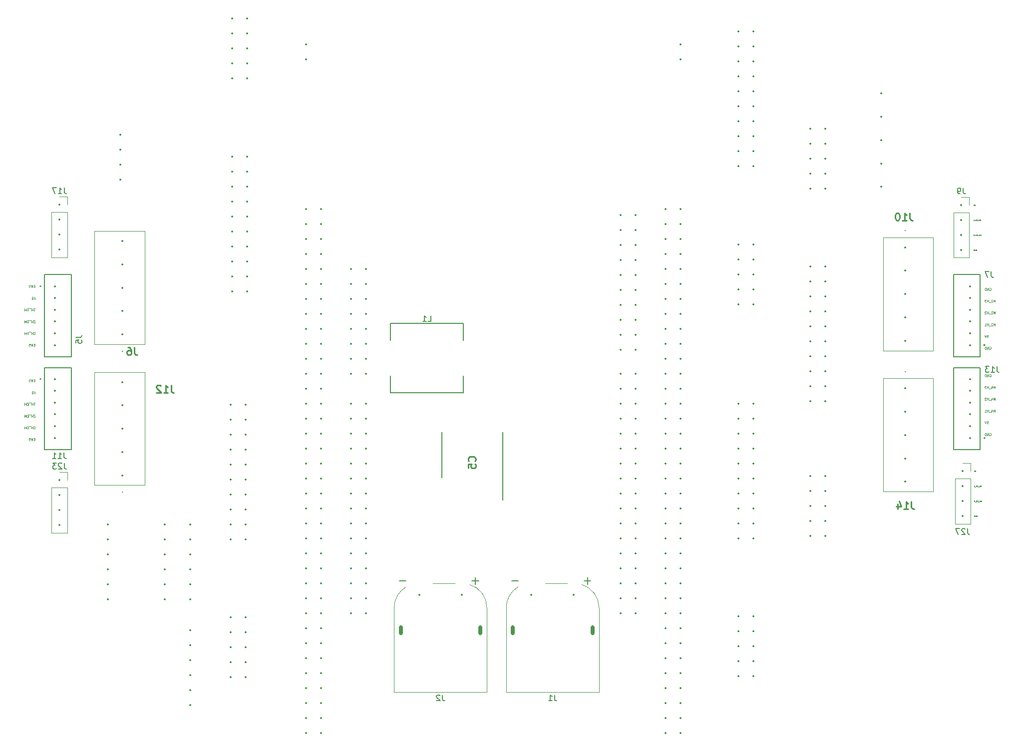
<source format=gbo>
%TF.GenerationSoftware,KiCad,Pcbnew,8.0.6*%
%TF.CreationDate,2024-11-13T01:29:07+01:00*%
%TF.ProjectId,Mainboard,4d61696e-626f-4617-9264-2e6b69636164,rev?*%
%TF.SameCoordinates,Original*%
%TF.FileFunction,Legend,Bot*%
%TF.FilePolarity,Positive*%
%FSLAX46Y46*%
G04 Gerber Fmt 4.6, Leading zero omitted, Abs format (unit mm)*
G04 Created by KiCad (PCBNEW 8.0.6) date 2024-11-13 01:29:07*
%MOMM*%
%LPD*%
G01*
G04 APERTURE LIST*
%ADD10C,0.100000*%
%ADD11C,0.050000*%
%ADD12C,0.254000*%
%ADD13C,0.150000*%
%ADD14C,0.200000*%
%ADD15C,0.127000*%
%ADD16C,0.120000*%
%ADD17C,0.350000*%
%ADD18O,0.600000X1.700000*%
G04 APERTURE END LIST*
D10*
X105411027Y-123054152D02*
X105411027Y-123454152D01*
X105411027Y-123454152D02*
X105544360Y-123168438D01*
X105544360Y-123168438D02*
X105677693Y-123454152D01*
X105677693Y-123454152D02*
X105677693Y-123054152D01*
X106077693Y-123054152D02*
X105849122Y-123054152D01*
X105963408Y-123054152D02*
X105963408Y-123454152D01*
X105963408Y-123454152D02*
X105925312Y-123397009D01*
X105925312Y-123397009D02*
X105887217Y-123358914D01*
X105887217Y-123358914D02*
X105849122Y-123339866D01*
X106153884Y-123016057D02*
X106458645Y-123016057D01*
X106553884Y-123054152D02*
X106553884Y-123454152D01*
X106553884Y-123263676D02*
X106782455Y-123263676D01*
X106782455Y-123054152D02*
X106782455Y-123454152D01*
X106934836Y-123454152D02*
X107182455Y-123454152D01*
X107182455Y-123454152D02*
X107049122Y-123301771D01*
X107049122Y-123301771D02*
X107106265Y-123301771D01*
X107106265Y-123301771D02*
X107144360Y-123282723D01*
X107144360Y-123282723D02*
X107163408Y-123263676D01*
X107163408Y-123263676D02*
X107182455Y-123225580D01*
X107182455Y-123225580D02*
X107182455Y-123130342D01*
X107182455Y-123130342D02*
X107163408Y-123092247D01*
X107163408Y-123092247D02*
X107144360Y-123073200D01*
X107144360Y-123073200D02*
X107106265Y-123054152D01*
X107106265Y-123054152D02*
X106991979Y-123054152D01*
X106991979Y-123054152D02*
X106953884Y-123073200D01*
X106953884Y-123073200D02*
X106934836Y-123092247D01*
X105411027Y-139054152D02*
X105411027Y-139454152D01*
X105411027Y-139454152D02*
X105544360Y-139168438D01*
X105544360Y-139168438D02*
X105677693Y-139454152D01*
X105677693Y-139454152D02*
X105677693Y-139054152D01*
X105830074Y-139454152D02*
X106077693Y-139454152D01*
X106077693Y-139454152D02*
X105944360Y-139301771D01*
X105944360Y-139301771D02*
X106001503Y-139301771D01*
X106001503Y-139301771D02*
X106039598Y-139282723D01*
X106039598Y-139282723D02*
X106058646Y-139263676D01*
X106058646Y-139263676D02*
X106077693Y-139225580D01*
X106077693Y-139225580D02*
X106077693Y-139130342D01*
X106077693Y-139130342D02*
X106058646Y-139092247D01*
X106058646Y-139092247D02*
X106039598Y-139073200D01*
X106039598Y-139073200D02*
X106001503Y-139054152D01*
X106001503Y-139054152D02*
X105887217Y-139054152D01*
X105887217Y-139054152D02*
X105849122Y-139073200D01*
X105849122Y-139073200D02*
X105830074Y-139092247D01*
X106153884Y-139016057D02*
X106458645Y-139016057D01*
X106553884Y-139054152D02*
X106553884Y-139454152D01*
X106553884Y-139263676D02*
X106782455Y-139263676D01*
X106782455Y-139054152D02*
X106782455Y-139454152D01*
X106934836Y-139454152D02*
X107182455Y-139454152D01*
X107182455Y-139454152D02*
X107049122Y-139301771D01*
X107049122Y-139301771D02*
X107106265Y-139301771D01*
X107106265Y-139301771D02*
X107144360Y-139282723D01*
X107144360Y-139282723D02*
X107163408Y-139263676D01*
X107163408Y-139263676D02*
X107182455Y-139225580D01*
X107182455Y-139225580D02*
X107182455Y-139130342D01*
X107182455Y-139130342D02*
X107163408Y-139092247D01*
X107163408Y-139092247D02*
X107144360Y-139073200D01*
X107144360Y-139073200D02*
X107106265Y-139054152D01*
X107106265Y-139054152D02*
X106991979Y-139054152D01*
X106991979Y-139054152D02*
X106953884Y-139073200D01*
X106953884Y-139073200D02*
X106934836Y-139092247D01*
X106820551Y-117454152D02*
X106630075Y-117454152D01*
X106630075Y-117454152D02*
X106611027Y-117263676D01*
X106611027Y-117263676D02*
X106630075Y-117282723D01*
X106630075Y-117282723D02*
X106668170Y-117301771D01*
X106668170Y-117301771D02*
X106763408Y-117301771D01*
X106763408Y-117301771D02*
X106801503Y-117282723D01*
X106801503Y-117282723D02*
X106820551Y-117263676D01*
X106820551Y-117263676D02*
X106839598Y-117225580D01*
X106839598Y-117225580D02*
X106839598Y-117130342D01*
X106839598Y-117130342D02*
X106820551Y-117092247D01*
X106820551Y-117092247D02*
X106801503Y-117073200D01*
X106801503Y-117073200D02*
X106763408Y-117054152D01*
X106763408Y-117054152D02*
X106668170Y-117054152D01*
X106668170Y-117054152D02*
X106630075Y-117073200D01*
X106630075Y-117073200D02*
X106611027Y-117092247D01*
X106953884Y-117454152D02*
X107087217Y-117054152D01*
X107087217Y-117054152D02*
X107220550Y-117454152D01*
D11*
X267544247Y-104108173D02*
X267544247Y-103908173D01*
X267544247Y-103908173D02*
X267477581Y-104051030D01*
X267477581Y-104051030D02*
X267410914Y-103908173D01*
X267410914Y-103908173D02*
X267410914Y-104108173D01*
X267325200Y-103927221D02*
X267315676Y-103917697D01*
X267315676Y-103917697D02*
X267296629Y-103908173D01*
X267296629Y-103908173D02*
X267249010Y-103908173D01*
X267249010Y-103908173D02*
X267229962Y-103917697D01*
X267229962Y-103917697D02*
X267220438Y-103927221D01*
X267220438Y-103927221D02*
X267210915Y-103946269D01*
X267210915Y-103946269D02*
X267210915Y-103965316D01*
X267210915Y-103965316D02*
X267220438Y-103993888D01*
X267220438Y-103993888D02*
X267334724Y-104108173D01*
X267334724Y-104108173D02*
X267210915Y-104108173D01*
X267172820Y-104127221D02*
X267020439Y-104127221D01*
X266858534Y-104089126D02*
X266868058Y-104098650D01*
X266868058Y-104098650D02*
X266896629Y-104108173D01*
X266896629Y-104108173D02*
X266915677Y-104108173D01*
X266915677Y-104108173D02*
X266944248Y-104098650D01*
X266944248Y-104098650D02*
X266963296Y-104079602D01*
X266963296Y-104079602D02*
X266972819Y-104060554D01*
X266972819Y-104060554D02*
X266982343Y-104022459D01*
X266982343Y-104022459D02*
X266982343Y-103993888D01*
X266982343Y-103993888D02*
X266972819Y-103955792D01*
X266972819Y-103955792D02*
X266963296Y-103936745D01*
X266963296Y-103936745D02*
X266944248Y-103917697D01*
X266944248Y-103917697D02*
X266915677Y-103908173D01*
X266915677Y-103908173D02*
X266896629Y-103908173D01*
X266896629Y-103908173D02*
X266868058Y-103917697D01*
X266868058Y-103917697D02*
X266858534Y-103927221D01*
X266772819Y-104108173D02*
X266772819Y-103908173D01*
X266772819Y-104003411D02*
X266658534Y-104003411D01*
X266658534Y-104108173D02*
X266658534Y-103908173D01*
X266610915Y-104127221D02*
X266458534Y-104127221D01*
X266420438Y-104051030D02*
X266325200Y-104051030D01*
X266439486Y-104108173D02*
X266372819Y-103908173D01*
X266372819Y-103908173D02*
X266306153Y-104108173D01*
D10*
X268592304Y-138186347D02*
X268782780Y-138186347D01*
X268782780Y-138186347D02*
X268801828Y-138376823D01*
X268801828Y-138376823D02*
X268782780Y-138357776D01*
X268782780Y-138357776D02*
X268744685Y-138338728D01*
X268744685Y-138338728D02*
X268649447Y-138338728D01*
X268649447Y-138338728D02*
X268611352Y-138357776D01*
X268611352Y-138357776D02*
X268592304Y-138376823D01*
X268592304Y-138376823D02*
X268573257Y-138414919D01*
X268573257Y-138414919D02*
X268573257Y-138510157D01*
X268573257Y-138510157D02*
X268592304Y-138548252D01*
X268592304Y-138548252D02*
X268611352Y-138567300D01*
X268611352Y-138567300D02*
X268649447Y-138586347D01*
X268649447Y-138586347D02*
X268744685Y-138586347D01*
X268744685Y-138586347D02*
X268782780Y-138567300D01*
X268782780Y-138567300D02*
X268801828Y-138548252D01*
X268458971Y-138186347D02*
X268325638Y-138586347D01*
X268325638Y-138586347D02*
X268192305Y-138186347D01*
X270001828Y-121945847D02*
X270001828Y-121545847D01*
X270001828Y-121545847D02*
X269868495Y-121831561D01*
X269868495Y-121831561D02*
X269735162Y-121545847D01*
X269735162Y-121545847D02*
X269735162Y-121945847D01*
X269563733Y-121583942D02*
X269544685Y-121564895D01*
X269544685Y-121564895D02*
X269506590Y-121545847D01*
X269506590Y-121545847D02*
X269411352Y-121545847D01*
X269411352Y-121545847D02*
X269373257Y-121564895D01*
X269373257Y-121564895D02*
X269354209Y-121583942D01*
X269354209Y-121583942D02*
X269335162Y-121622038D01*
X269335162Y-121622038D02*
X269335162Y-121660133D01*
X269335162Y-121660133D02*
X269354209Y-121717276D01*
X269354209Y-121717276D02*
X269582781Y-121945847D01*
X269582781Y-121945847D02*
X269335162Y-121945847D01*
X269258972Y-121983942D02*
X268954210Y-121983942D01*
X268858971Y-121945847D02*
X268858971Y-121545847D01*
X268858971Y-121736323D02*
X268630400Y-121736323D01*
X268630400Y-121945847D02*
X268630400Y-121545847D01*
X268230400Y-121945847D02*
X268458971Y-121945847D01*
X268344685Y-121945847D02*
X268344685Y-121545847D01*
X268344685Y-121545847D02*
X268382781Y-121602990D01*
X268382781Y-121602990D02*
X268420876Y-121641085D01*
X268420876Y-121641085D02*
X268458971Y-121660133D01*
D11*
X267614724Y-149282923D02*
X267614724Y-149082923D01*
X267614724Y-149082923D02*
X267548058Y-149225780D01*
X267548058Y-149225780D02*
X267481391Y-149082923D01*
X267481391Y-149082923D02*
X267481391Y-149282923D01*
X267300439Y-149149590D02*
X267300439Y-149282923D01*
X267348058Y-149073400D02*
X267395677Y-149216257D01*
X267395677Y-149216257D02*
X267271868Y-149216257D01*
X267243297Y-149301971D02*
X267090916Y-149301971D01*
X266929011Y-149263876D02*
X266938535Y-149273400D01*
X266938535Y-149273400D02*
X266967106Y-149282923D01*
X266967106Y-149282923D02*
X266986154Y-149282923D01*
X266986154Y-149282923D02*
X267014725Y-149273400D01*
X267014725Y-149273400D02*
X267033773Y-149254352D01*
X267033773Y-149254352D02*
X267043296Y-149235304D01*
X267043296Y-149235304D02*
X267052820Y-149197209D01*
X267052820Y-149197209D02*
X267052820Y-149168638D01*
X267052820Y-149168638D02*
X267043296Y-149130542D01*
X267043296Y-149130542D02*
X267033773Y-149111495D01*
X267033773Y-149111495D02*
X267014725Y-149092447D01*
X267014725Y-149092447D02*
X266986154Y-149082923D01*
X266986154Y-149082923D02*
X266967106Y-149082923D01*
X266967106Y-149082923D02*
X266938535Y-149092447D01*
X266938535Y-149092447D02*
X266929011Y-149101971D01*
X266843296Y-149282923D02*
X266843296Y-149082923D01*
X266843296Y-149178161D02*
X266729011Y-149178161D01*
X266729011Y-149282923D02*
X266729011Y-149082923D01*
X266681392Y-149301971D02*
X266529011Y-149301971D01*
X266490915Y-149225780D02*
X266395677Y-149225780D01*
X266509963Y-149282923D02*
X266443296Y-149082923D01*
X266443296Y-149082923D02*
X266376630Y-149282923D01*
D10*
X105411027Y-119054152D02*
X105411027Y-119454152D01*
X105411027Y-119454152D02*
X105544360Y-119168438D01*
X105544360Y-119168438D02*
X105677693Y-119454152D01*
X105677693Y-119454152D02*
X105677693Y-119054152D01*
X106077693Y-119054152D02*
X105849122Y-119054152D01*
X105963408Y-119054152D02*
X105963408Y-119454152D01*
X105963408Y-119454152D02*
X105925312Y-119397009D01*
X105925312Y-119397009D02*
X105887217Y-119358914D01*
X105887217Y-119358914D02*
X105849122Y-119339866D01*
X106153884Y-119016057D02*
X106458645Y-119016057D01*
X106553884Y-119054152D02*
X106553884Y-119454152D01*
X106553884Y-119263676D02*
X106782455Y-119263676D01*
X106782455Y-119054152D02*
X106782455Y-119454152D01*
X107182455Y-119054152D02*
X106953884Y-119054152D01*
X107068170Y-119054152D02*
X107068170Y-119454152D01*
X107068170Y-119454152D02*
X107030074Y-119397009D01*
X107030074Y-119397009D02*
X106991979Y-119358914D01*
X106991979Y-119358914D02*
X106953884Y-119339866D01*
X270001828Y-132586347D02*
X270001828Y-132186347D01*
X270001828Y-132186347D02*
X269868495Y-132472061D01*
X269868495Y-132472061D02*
X269735162Y-132186347D01*
X269735162Y-132186347D02*
X269735162Y-132586347D01*
X269373257Y-132319680D02*
X269373257Y-132586347D01*
X269468495Y-132167300D02*
X269563733Y-132453014D01*
X269563733Y-132453014D02*
X269316114Y-132453014D01*
X269258972Y-132624442D02*
X268954210Y-132624442D01*
X268858971Y-132586347D02*
X268858971Y-132186347D01*
X268858971Y-132376823D02*
X268630400Y-132376823D01*
X268630400Y-132586347D02*
X268630400Y-132186347D01*
X268478019Y-132186347D02*
X268230400Y-132186347D01*
X268230400Y-132186347D02*
X268363733Y-132338728D01*
X268363733Y-132338728D02*
X268306590Y-132338728D01*
X268306590Y-132338728D02*
X268268495Y-132357776D01*
X268268495Y-132357776D02*
X268249447Y-132376823D01*
X268249447Y-132376823D02*
X268230400Y-132414919D01*
X268230400Y-132414919D02*
X268230400Y-132510157D01*
X268230400Y-132510157D02*
X268249447Y-132548252D01*
X268249447Y-132548252D02*
X268268495Y-132567300D01*
X268268495Y-132567300D02*
X268306590Y-132586347D01*
X268306590Y-132586347D02*
X268420876Y-132586347D01*
X268420876Y-132586347D02*
X268458971Y-132567300D01*
X268458971Y-132567300D02*
X268478019Y-132548252D01*
X106344359Y-125435104D02*
X106306264Y-125454152D01*
X106306264Y-125454152D02*
X106249121Y-125454152D01*
X106249121Y-125454152D02*
X106191978Y-125435104D01*
X106191978Y-125435104D02*
X106153883Y-125397009D01*
X106153883Y-125397009D02*
X106134836Y-125358914D01*
X106134836Y-125358914D02*
X106115788Y-125282723D01*
X106115788Y-125282723D02*
X106115788Y-125225580D01*
X106115788Y-125225580D02*
X106134836Y-125149390D01*
X106134836Y-125149390D02*
X106153883Y-125111295D01*
X106153883Y-125111295D02*
X106191978Y-125073200D01*
X106191978Y-125073200D02*
X106249121Y-125054152D01*
X106249121Y-125054152D02*
X106287217Y-125054152D01*
X106287217Y-125054152D02*
X106344359Y-125073200D01*
X106344359Y-125073200D02*
X106363407Y-125092247D01*
X106363407Y-125092247D02*
X106363407Y-125225580D01*
X106363407Y-125225580D02*
X106287217Y-125225580D01*
X106534836Y-125054152D02*
X106534836Y-125454152D01*
X106534836Y-125454152D02*
X106763407Y-125054152D01*
X106763407Y-125054152D02*
X106763407Y-125454152D01*
X106953884Y-125054152D02*
X106953884Y-125454152D01*
X106953884Y-125454152D02*
X107049122Y-125454152D01*
X107049122Y-125454152D02*
X107106265Y-125435104D01*
X107106265Y-125435104D02*
X107144360Y-125397009D01*
X107144360Y-125397009D02*
X107163407Y-125358914D01*
X107163407Y-125358914D02*
X107182455Y-125282723D01*
X107182455Y-125282723D02*
X107182455Y-125225580D01*
X107182455Y-125225580D02*
X107163407Y-125149390D01*
X107163407Y-125149390D02*
X107144360Y-125111295D01*
X107144360Y-125111295D02*
X107106265Y-125073200D01*
X107106265Y-125073200D02*
X107049122Y-125054152D01*
X107049122Y-125054152D02*
X106953884Y-125054152D01*
X105411027Y-135054152D02*
X105411027Y-135454152D01*
X105411027Y-135454152D02*
X105544360Y-135168438D01*
X105544360Y-135168438D02*
X105677693Y-135454152D01*
X105677693Y-135454152D02*
X105677693Y-135054152D01*
X105830074Y-135454152D02*
X106077693Y-135454152D01*
X106077693Y-135454152D02*
X105944360Y-135301771D01*
X105944360Y-135301771D02*
X106001503Y-135301771D01*
X106001503Y-135301771D02*
X106039598Y-135282723D01*
X106039598Y-135282723D02*
X106058646Y-135263676D01*
X106058646Y-135263676D02*
X106077693Y-135225580D01*
X106077693Y-135225580D02*
X106077693Y-135130342D01*
X106077693Y-135130342D02*
X106058646Y-135092247D01*
X106058646Y-135092247D02*
X106039598Y-135073200D01*
X106039598Y-135073200D02*
X106001503Y-135054152D01*
X106001503Y-135054152D02*
X105887217Y-135054152D01*
X105887217Y-135054152D02*
X105849122Y-135073200D01*
X105849122Y-135073200D02*
X105830074Y-135092247D01*
X106153884Y-135016057D02*
X106458645Y-135016057D01*
X106553884Y-135054152D02*
X106553884Y-135454152D01*
X106553884Y-135263676D02*
X106782455Y-135263676D01*
X106782455Y-135054152D02*
X106782455Y-135454152D01*
X107182455Y-135054152D02*
X106953884Y-135054152D01*
X107068170Y-135054152D02*
X107068170Y-135454152D01*
X107068170Y-135454152D02*
X107030074Y-135397009D01*
X107030074Y-135397009D02*
X106991979Y-135358914D01*
X106991979Y-135358914D02*
X106953884Y-135339866D01*
D11*
X266744248Y-108997697D02*
X266763295Y-108988173D01*
X266763295Y-108988173D02*
X266791867Y-108988173D01*
X266791867Y-108988173D02*
X266820438Y-108997697D01*
X266820438Y-108997697D02*
X266839486Y-109016745D01*
X266839486Y-109016745D02*
X266849009Y-109035792D01*
X266849009Y-109035792D02*
X266858533Y-109073888D01*
X266858533Y-109073888D02*
X266858533Y-109102459D01*
X266858533Y-109102459D02*
X266849009Y-109140554D01*
X266849009Y-109140554D02*
X266839486Y-109159602D01*
X266839486Y-109159602D02*
X266820438Y-109178650D01*
X266820438Y-109178650D02*
X266791867Y-109188173D01*
X266791867Y-109188173D02*
X266772819Y-109188173D01*
X266772819Y-109188173D02*
X266744248Y-109178650D01*
X266744248Y-109178650D02*
X266734724Y-109169126D01*
X266734724Y-109169126D02*
X266734724Y-109102459D01*
X266734724Y-109102459D02*
X266772819Y-109102459D01*
X266649009Y-109188173D02*
X266649009Y-108988173D01*
X266649009Y-108988173D02*
X266534724Y-109188173D01*
X266534724Y-109188173D02*
X266534724Y-108988173D01*
X266439485Y-109188173D02*
X266439485Y-108988173D01*
X266439485Y-108988173D02*
X266391866Y-108988173D01*
X266391866Y-108988173D02*
X266363295Y-108997697D01*
X266363295Y-108997697D02*
X266344247Y-109016745D01*
X266344247Y-109016745D02*
X266334724Y-109035792D01*
X266334724Y-109035792D02*
X266325200Y-109073888D01*
X266325200Y-109073888D02*
X266325200Y-109102459D01*
X266325200Y-109102459D02*
X266334724Y-109140554D01*
X266334724Y-109140554D02*
X266344247Y-109159602D01*
X266344247Y-109159602D02*
X266363295Y-109178650D01*
X266363295Y-109178650D02*
X266391866Y-109188173D01*
X266391866Y-109188173D02*
X266439485Y-109188173D01*
X267643295Y-151822923D02*
X267643295Y-151622923D01*
X267643295Y-151622923D02*
X267576629Y-151765780D01*
X267576629Y-151765780D02*
X267509962Y-151622923D01*
X267509962Y-151622923D02*
X267509962Y-151822923D01*
X267329010Y-151689590D02*
X267329010Y-151822923D01*
X267376629Y-151613400D02*
X267424248Y-151756257D01*
X267424248Y-151756257D02*
X267300439Y-151756257D01*
X267271868Y-151841971D02*
X267119487Y-151841971D01*
X266957582Y-151803876D02*
X266967106Y-151813400D01*
X266967106Y-151813400D02*
X266995677Y-151822923D01*
X266995677Y-151822923D02*
X267014725Y-151822923D01*
X267014725Y-151822923D02*
X267043296Y-151813400D01*
X267043296Y-151813400D02*
X267062344Y-151794352D01*
X267062344Y-151794352D02*
X267071867Y-151775304D01*
X267071867Y-151775304D02*
X267081391Y-151737209D01*
X267081391Y-151737209D02*
X267081391Y-151708638D01*
X267081391Y-151708638D02*
X267071867Y-151670542D01*
X267071867Y-151670542D02*
X267062344Y-151651495D01*
X267062344Y-151651495D02*
X267043296Y-151632447D01*
X267043296Y-151632447D02*
X267014725Y-151622923D01*
X267014725Y-151622923D02*
X266995677Y-151622923D01*
X266995677Y-151622923D02*
X266967106Y-151632447D01*
X266967106Y-151632447D02*
X266957582Y-151641971D01*
X266871867Y-151822923D02*
X266871867Y-151622923D01*
X266871867Y-151718161D02*
X266757582Y-151718161D01*
X266757582Y-151822923D02*
X266757582Y-151622923D01*
X266709963Y-151841971D02*
X266557582Y-151841971D01*
X266443296Y-151718161D02*
X266414724Y-151727685D01*
X266414724Y-151727685D02*
X266405201Y-151737209D01*
X266405201Y-151737209D02*
X266395677Y-151756257D01*
X266395677Y-151756257D02*
X266395677Y-151784828D01*
X266395677Y-151784828D02*
X266405201Y-151803876D01*
X266405201Y-151803876D02*
X266414724Y-151813400D01*
X266414724Y-151813400D02*
X266433772Y-151822923D01*
X266433772Y-151822923D02*
X266509962Y-151822923D01*
X266509962Y-151822923D02*
X266509962Y-151622923D01*
X266509962Y-151622923D02*
X266443296Y-151622923D01*
X266443296Y-151622923D02*
X266424248Y-151632447D01*
X266424248Y-151632447D02*
X266414724Y-151641971D01*
X266414724Y-151641971D02*
X266405201Y-151661019D01*
X266405201Y-151661019D02*
X266405201Y-151680066D01*
X266405201Y-151680066D02*
X266414724Y-151699114D01*
X266414724Y-151699114D02*
X266424248Y-151708638D01*
X266424248Y-151708638D02*
X266443296Y-151718161D01*
X266443296Y-151718161D02*
X266509962Y-151718161D01*
X266814725Y-154172447D02*
X266833772Y-154162923D01*
X266833772Y-154162923D02*
X266862344Y-154162923D01*
X266862344Y-154162923D02*
X266890915Y-154172447D01*
X266890915Y-154172447D02*
X266909963Y-154191495D01*
X266909963Y-154191495D02*
X266919486Y-154210542D01*
X266919486Y-154210542D02*
X266929010Y-154248638D01*
X266929010Y-154248638D02*
X266929010Y-154277209D01*
X266929010Y-154277209D02*
X266919486Y-154315304D01*
X266919486Y-154315304D02*
X266909963Y-154334352D01*
X266909963Y-154334352D02*
X266890915Y-154353400D01*
X266890915Y-154353400D02*
X266862344Y-154362923D01*
X266862344Y-154362923D02*
X266843296Y-154362923D01*
X266843296Y-154362923D02*
X266814725Y-154353400D01*
X266814725Y-154353400D02*
X266805201Y-154343876D01*
X266805201Y-154343876D02*
X266805201Y-154277209D01*
X266805201Y-154277209D02*
X266843296Y-154277209D01*
X266719486Y-154362923D02*
X266719486Y-154162923D01*
X266719486Y-154162923D02*
X266605201Y-154362923D01*
X266605201Y-154362923D02*
X266605201Y-154162923D01*
X266509962Y-154362923D02*
X266509962Y-154162923D01*
X266509962Y-154162923D02*
X266462343Y-154162923D01*
X266462343Y-154162923D02*
X266433772Y-154172447D01*
X266433772Y-154172447D02*
X266414724Y-154191495D01*
X266414724Y-154191495D02*
X266405201Y-154210542D01*
X266405201Y-154210542D02*
X266395677Y-154248638D01*
X266395677Y-154248638D02*
X266395677Y-154277209D01*
X266395677Y-154277209D02*
X266405201Y-154315304D01*
X266405201Y-154315304D02*
X266414724Y-154334352D01*
X266414724Y-154334352D02*
X266433772Y-154353400D01*
X266433772Y-154353400D02*
X266462343Y-154362923D01*
X266462343Y-154362923D02*
X266509962Y-154362923D01*
X266506152Y-101368173D02*
X266601390Y-101368173D01*
X266601390Y-101368173D02*
X266610914Y-101463411D01*
X266610914Y-101463411D02*
X266601390Y-101453888D01*
X266601390Y-101453888D02*
X266582343Y-101444364D01*
X266582343Y-101444364D02*
X266534724Y-101444364D01*
X266534724Y-101444364D02*
X266515676Y-101453888D01*
X266515676Y-101453888D02*
X266506152Y-101463411D01*
X266506152Y-101463411D02*
X266496629Y-101482459D01*
X266496629Y-101482459D02*
X266496629Y-101530078D01*
X266496629Y-101530078D02*
X266506152Y-101549126D01*
X266506152Y-101549126D02*
X266515676Y-101558650D01*
X266515676Y-101558650D02*
X266534724Y-101568173D01*
X266534724Y-101568173D02*
X266582343Y-101568173D01*
X266582343Y-101568173D02*
X266601390Y-101558650D01*
X266601390Y-101558650D02*
X266610914Y-101549126D01*
X266439486Y-101368173D02*
X266372819Y-101568173D01*
X266372819Y-101568173D02*
X266306153Y-101368173D01*
D10*
X269068496Y-125564895D02*
X269106591Y-125545847D01*
X269106591Y-125545847D02*
X269163734Y-125545847D01*
X269163734Y-125545847D02*
X269220877Y-125564895D01*
X269220877Y-125564895D02*
X269258972Y-125602990D01*
X269258972Y-125602990D02*
X269278019Y-125641085D01*
X269278019Y-125641085D02*
X269297067Y-125717276D01*
X269297067Y-125717276D02*
X269297067Y-125774419D01*
X269297067Y-125774419D02*
X269278019Y-125850609D01*
X269278019Y-125850609D02*
X269258972Y-125888704D01*
X269258972Y-125888704D02*
X269220877Y-125926800D01*
X269220877Y-125926800D02*
X269163734Y-125945847D01*
X269163734Y-125945847D02*
X269125638Y-125945847D01*
X269125638Y-125945847D02*
X269068496Y-125926800D01*
X269068496Y-125926800D02*
X269049448Y-125907752D01*
X269049448Y-125907752D02*
X269049448Y-125774419D01*
X269049448Y-125774419D02*
X269125638Y-125774419D01*
X268878019Y-125945847D02*
X268878019Y-125545847D01*
X268878019Y-125545847D02*
X268649448Y-125945847D01*
X268649448Y-125945847D02*
X268649448Y-125545847D01*
X268458971Y-125945847D02*
X268458971Y-125545847D01*
X268458971Y-125545847D02*
X268363733Y-125545847D01*
X268363733Y-125545847D02*
X268306590Y-125564895D01*
X268306590Y-125564895D02*
X268268495Y-125602990D01*
X268268495Y-125602990D02*
X268249448Y-125641085D01*
X268249448Y-125641085D02*
X268230400Y-125717276D01*
X268230400Y-125717276D02*
X268230400Y-125774419D01*
X268230400Y-125774419D02*
X268249448Y-125850609D01*
X268249448Y-125850609D02*
X268268495Y-125888704D01*
X268268495Y-125888704D02*
X268306590Y-125926800D01*
X268306590Y-125926800D02*
X268363733Y-125945847D01*
X268363733Y-125945847D02*
X268458971Y-125945847D01*
X268592304Y-123545847D02*
X268782780Y-123545847D01*
X268782780Y-123545847D02*
X268801828Y-123736323D01*
X268801828Y-123736323D02*
X268782780Y-123717276D01*
X268782780Y-123717276D02*
X268744685Y-123698228D01*
X268744685Y-123698228D02*
X268649447Y-123698228D01*
X268649447Y-123698228D02*
X268611352Y-123717276D01*
X268611352Y-123717276D02*
X268592304Y-123736323D01*
X268592304Y-123736323D02*
X268573257Y-123774419D01*
X268573257Y-123774419D02*
X268573257Y-123869657D01*
X268573257Y-123869657D02*
X268592304Y-123907752D01*
X268592304Y-123907752D02*
X268611352Y-123926800D01*
X268611352Y-123926800D02*
X268649447Y-123945847D01*
X268649447Y-123945847D02*
X268744685Y-123945847D01*
X268744685Y-123945847D02*
X268782780Y-123926800D01*
X268782780Y-123926800D02*
X268801828Y-123907752D01*
X268458971Y-123545847D02*
X268325638Y-123945847D01*
X268325638Y-123945847D02*
X268192305Y-123545847D01*
X269068496Y-115564895D02*
X269106591Y-115545847D01*
X269106591Y-115545847D02*
X269163734Y-115545847D01*
X269163734Y-115545847D02*
X269220877Y-115564895D01*
X269220877Y-115564895D02*
X269258972Y-115602990D01*
X269258972Y-115602990D02*
X269278019Y-115641085D01*
X269278019Y-115641085D02*
X269297067Y-115717276D01*
X269297067Y-115717276D02*
X269297067Y-115774419D01*
X269297067Y-115774419D02*
X269278019Y-115850609D01*
X269278019Y-115850609D02*
X269258972Y-115888704D01*
X269258972Y-115888704D02*
X269220877Y-115926800D01*
X269220877Y-115926800D02*
X269163734Y-115945847D01*
X269163734Y-115945847D02*
X269125638Y-115945847D01*
X269125638Y-115945847D02*
X269068496Y-115926800D01*
X269068496Y-115926800D02*
X269049448Y-115907752D01*
X269049448Y-115907752D02*
X269049448Y-115774419D01*
X269049448Y-115774419D02*
X269125638Y-115774419D01*
X268878019Y-115945847D02*
X268878019Y-115545847D01*
X268878019Y-115545847D02*
X268649448Y-115945847D01*
X268649448Y-115945847D02*
X268649448Y-115545847D01*
X268458971Y-115945847D02*
X268458971Y-115545847D01*
X268458971Y-115545847D02*
X268363733Y-115545847D01*
X268363733Y-115545847D02*
X268306590Y-115564895D01*
X268306590Y-115564895D02*
X268268495Y-115602990D01*
X268268495Y-115602990D02*
X268249448Y-115641085D01*
X268249448Y-115641085D02*
X268230400Y-115717276D01*
X268230400Y-115717276D02*
X268230400Y-115774419D01*
X268230400Y-115774419D02*
X268249448Y-115850609D01*
X268249448Y-115850609D02*
X268268495Y-115888704D01*
X268268495Y-115888704D02*
X268306590Y-115926800D01*
X268306590Y-115926800D02*
X268363733Y-115945847D01*
X268363733Y-115945847D02*
X268458971Y-115945847D01*
X106344359Y-141435104D02*
X106306264Y-141454152D01*
X106306264Y-141454152D02*
X106249121Y-141454152D01*
X106249121Y-141454152D02*
X106191978Y-141435104D01*
X106191978Y-141435104D02*
X106153883Y-141397009D01*
X106153883Y-141397009D02*
X106134836Y-141358914D01*
X106134836Y-141358914D02*
X106115788Y-141282723D01*
X106115788Y-141282723D02*
X106115788Y-141225580D01*
X106115788Y-141225580D02*
X106134836Y-141149390D01*
X106134836Y-141149390D02*
X106153883Y-141111295D01*
X106153883Y-141111295D02*
X106191978Y-141073200D01*
X106191978Y-141073200D02*
X106249121Y-141054152D01*
X106249121Y-141054152D02*
X106287217Y-141054152D01*
X106287217Y-141054152D02*
X106344359Y-141073200D01*
X106344359Y-141073200D02*
X106363407Y-141092247D01*
X106363407Y-141092247D02*
X106363407Y-141225580D01*
X106363407Y-141225580D02*
X106287217Y-141225580D01*
X106534836Y-141054152D02*
X106534836Y-141454152D01*
X106534836Y-141454152D02*
X106763407Y-141054152D01*
X106763407Y-141054152D02*
X106763407Y-141454152D01*
X106953884Y-141054152D02*
X106953884Y-141454152D01*
X106953884Y-141454152D02*
X107049122Y-141454152D01*
X107049122Y-141454152D02*
X107106265Y-141435104D01*
X107106265Y-141435104D02*
X107144360Y-141397009D01*
X107144360Y-141397009D02*
X107163407Y-141358914D01*
X107163407Y-141358914D02*
X107182455Y-141282723D01*
X107182455Y-141282723D02*
X107182455Y-141225580D01*
X107182455Y-141225580D02*
X107163407Y-141149390D01*
X107163407Y-141149390D02*
X107144360Y-141111295D01*
X107144360Y-141111295D02*
X107106265Y-141073200D01*
X107106265Y-141073200D02*
X107049122Y-141054152D01*
X107049122Y-141054152D02*
X106953884Y-141054152D01*
X105411027Y-137054152D02*
X105411027Y-137454152D01*
X105411027Y-137454152D02*
X105544360Y-137168438D01*
X105544360Y-137168438D02*
X105677693Y-137454152D01*
X105677693Y-137454152D02*
X105677693Y-137054152D01*
X105830074Y-137454152D02*
X106077693Y-137454152D01*
X106077693Y-137454152D02*
X105944360Y-137301771D01*
X105944360Y-137301771D02*
X106001503Y-137301771D01*
X106001503Y-137301771D02*
X106039598Y-137282723D01*
X106039598Y-137282723D02*
X106058646Y-137263676D01*
X106058646Y-137263676D02*
X106077693Y-137225580D01*
X106077693Y-137225580D02*
X106077693Y-137130342D01*
X106077693Y-137130342D02*
X106058646Y-137092247D01*
X106058646Y-137092247D02*
X106039598Y-137073200D01*
X106039598Y-137073200D02*
X106001503Y-137054152D01*
X106001503Y-137054152D02*
X105887217Y-137054152D01*
X105887217Y-137054152D02*
X105849122Y-137073200D01*
X105849122Y-137073200D02*
X105830074Y-137092247D01*
X106153884Y-137016057D02*
X106458645Y-137016057D01*
X106553884Y-137054152D02*
X106553884Y-137454152D01*
X106553884Y-137263676D02*
X106782455Y-137263676D01*
X106782455Y-137054152D02*
X106782455Y-137454152D01*
X106953884Y-137416057D02*
X106972932Y-137435104D01*
X106972932Y-137435104D02*
X107011027Y-137454152D01*
X107011027Y-137454152D02*
X107106265Y-137454152D01*
X107106265Y-137454152D02*
X107144360Y-137435104D01*
X107144360Y-137435104D02*
X107163408Y-137416057D01*
X107163408Y-137416057D02*
X107182455Y-137377961D01*
X107182455Y-137377961D02*
X107182455Y-137339866D01*
X107182455Y-137339866D02*
X107163408Y-137282723D01*
X107163408Y-137282723D02*
X106934836Y-137054152D01*
X106934836Y-137054152D02*
X107182455Y-137054152D01*
X106344359Y-131435104D02*
X106306264Y-131454152D01*
X106306264Y-131454152D02*
X106249121Y-131454152D01*
X106249121Y-131454152D02*
X106191978Y-131435104D01*
X106191978Y-131435104D02*
X106153883Y-131397009D01*
X106153883Y-131397009D02*
X106134836Y-131358914D01*
X106134836Y-131358914D02*
X106115788Y-131282723D01*
X106115788Y-131282723D02*
X106115788Y-131225580D01*
X106115788Y-131225580D02*
X106134836Y-131149390D01*
X106134836Y-131149390D02*
X106153883Y-131111295D01*
X106153883Y-131111295D02*
X106191978Y-131073200D01*
X106191978Y-131073200D02*
X106249121Y-131054152D01*
X106249121Y-131054152D02*
X106287217Y-131054152D01*
X106287217Y-131054152D02*
X106344359Y-131073200D01*
X106344359Y-131073200D02*
X106363407Y-131092247D01*
X106363407Y-131092247D02*
X106363407Y-131225580D01*
X106363407Y-131225580D02*
X106287217Y-131225580D01*
X106534836Y-131054152D02*
X106534836Y-131454152D01*
X106534836Y-131454152D02*
X106763407Y-131054152D01*
X106763407Y-131054152D02*
X106763407Y-131454152D01*
X106953884Y-131054152D02*
X106953884Y-131454152D01*
X106953884Y-131454152D02*
X107049122Y-131454152D01*
X107049122Y-131454152D02*
X107106265Y-131435104D01*
X107106265Y-131435104D02*
X107144360Y-131397009D01*
X107144360Y-131397009D02*
X107163407Y-131358914D01*
X107163407Y-131358914D02*
X107182455Y-131282723D01*
X107182455Y-131282723D02*
X107182455Y-131225580D01*
X107182455Y-131225580D02*
X107163407Y-131149390D01*
X107163407Y-131149390D02*
X107144360Y-131111295D01*
X107144360Y-131111295D02*
X107106265Y-131073200D01*
X107106265Y-131073200D02*
X107049122Y-131054152D01*
X107049122Y-131054152D02*
X106953884Y-131054152D01*
X269068496Y-130205395D02*
X269106591Y-130186347D01*
X269106591Y-130186347D02*
X269163734Y-130186347D01*
X269163734Y-130186347D02*
X269220877Y-130205395D01*
X269220877Y-130205395D02*
X269258972Y-130243490D01*
X269258972Y-130243490D02*
X269278019Y-130281585D01*
X269278019Y-130281585D02*
X269297067Y-130357776D01*
X269297067Y-130357776D02*
X269297067Y-130414919D01*
X269297067Y-130414919D02*
X269278019Y-130491109D01*
X269278019Y-130491109D02*
X269258972Y-130529204D01*
X269258972Y-130529204D02*
X269220877Y-130567300D01*
X269220877Y-130567300D02*
X269163734Y-130586347D01*
X269163734Y-130586347D02*
X269125638Y-130586347D01*
X269125638Y-130586347D02*
X269068496Y-130567300D01*
X269068496Y-130567300D02*
X269049448Y-130548252D01*
X269049448Y-130548252D02*
X269049448Y-130414919D01*
X269049448Y-130414919D02*
X269125638Y-130414919D01*
X268878019Y-130586347D02*
X268878019Y-130186347D01*
X268878019Y-130186347D02*
X268649448Y-130586347D01*
X268649448Y-130586347D02*
X268649448Y-130186347D01*
X268458971Y-130586347D02*
X268458971Y-130186347D01*
X268458971Y-130186347D02*
X268363733Y-130186347D01*
X268363733Y-130186347D02*
X268306590Y-130205395D01*
X268306590Y-130205395D02*
X268268495Y-130243490D01*
X268268495Y-130243490D02*
X268249448Y-130281585D01*
X268249448Y-130281585D02*
X268230400Y-130357776D01*
X268230400Y-130357776D02*
X268230400Y-130414919D01*
X268230400Y-130414919D02*
X268249448Y-130491109D01*
X268249448Y-130491109D02*
X268268495Y-130529204D01*
X268268495Y-130529204D02*
X268306590Y-130567300D01*
X268306590Y-130567300D02*
X268363733Y-130586347D01*
X268363733Y-130586347D02*
X268458971Y-130586347D01*
X270001828Y-134586347D02*
X270001828Y-134186347D01*
X270001828Y-134186347D02*
X269868495Y-134472061D01*
X269868495Y-134472061D02*
X269735162Y-134186347D01*
X269735162Y-134186347D02*
X269735162Y-134586347D01*
X269373257Y-134319680D02*
X269373257Y-134586347D01*
X269468495Y-134167300D02*
X269563733Y-134453014D01*
X269563733Y-134453014D02*
X269316114Y-134453014D01*
X269258972Y-134624442D02*
X268954210Y-134624442D01*
X268858971Y-134586347D02*
X268858971Y-134186347D01*
X268858971Y-134376823D02*
X268630400Y-134376823D01*
X268630400Y-134586347D02*
X268630400Y-134186347D01*
X268458971Y-134224442D02*
X268439923Y-134205395D01*
X268439923Y-134205395D02*
X268401828Y-134186347D01*
X268401828Y-134186347D02*
X268306590Y-134186347D01*
X268306590Y-134186347D02*
X268268495Y-134205395D01*
X268268495Y-134205395D02*
X268249447Y-134224442D01*
X268249447Y-134224442D02*
X268230400Y-134262538D01*
X268230400Y-134262538D02*
X268230400Y-134300633D01*
X268230400Y-134300633D02*
X268249447Y-134357776D01*
X268249447Y-134357776D02*
X268478019Y-134586347D01*
X268478019Y-134586347D02*
X268230400Y-134586347D01*
D11*
X266576629Y-146542923D02*
X266671867Y-146542923D01*
X266671867Y-146542923D02*
X266681391Y-146638161D01*
X266681391Y-146638161D02*
X266671867Y-146628638D01*
X266671867Y-146628638D02*
X266652820Y-146619114D01*
X266652820Y-146619114D02*
X266605201Y-146619114D01*
X266605201Y-146619114D02*
X266586153Y-146628638D01*
X266586153Y-146628638D02*
X266576629Y-146638161D01*
X266576629Y-146638161D02*
X266567106Y-146657209D01*
X266567106Y-146657209D02*
X266567106Y-146704828D01*
X266567106Y-146704828D02*
X266576629Y-146723876D01*
X266576629Y-146723876D02*
X266586153Y-146733400D01*
X266586153Y-146733400D02*
X266605201Y-146742923D01*
X266605201Y-146742923D02*
X266652820Y-146742923D01*
X266652820Y-146742923D02*
X266671867Y-146733400D01*
X266671867Y-146733400D02*
X266681391Y-146723876D01*
X266509963Y-146542923D02*
X266443296Y-146742923D01*
X266443296Y-146742923D02*
X266376630Y-146542923D01*
D10*
X106344359Y-115435104D02*
X106306264Y-115454152D01*
X106306264Y-115454152D02*
X106249121Y-115454152D01*
X106249121Y-115454152D02*
X106191978Y-115435104D01*
X106191978Y-115435104D02*
X106153883Y-115397009D01*
X106153883Y-115397009D02*
X106134836Y-115358914D01*
X106134836Y-115358914D02*
X106115788Y-115282723D01*
X106115788Y-115282723D02*
X106115788Y-115225580D01*
X106115788Y-115225580D02*
X106134836Y-115149390D01*
X106134836Y-115149390D02*
X106153883Y-115111295D01*
X106153883Y-115111295D02*
X106191978Y-115073200D01*
X106191978Y-115073200D02*
X106249121Y-115054152D01*
X106249121Y-115054152D02*
X106287217Y-115054152D01*
X106287217Y-115054152D02*
X106344359Y-115073200D01*
X106344359Y-115073200D02*
X106363407Y-115092247D01*
X106363407Y-115092247D02*
X106363407Y-115225580D01*
X106363407Y-115225580D02*
X106287217Y-115225580D01*
X106534836Y-115054152D02*
X106534836Y-115454152D01*
X106534836Y-115454152D02*
X106763407Y-115054152D01*
X106763407Y-115054152D02*
X106763407Y-115454152D01*
X106953884Y-115054152D02*
X106953884Y-115454152D01*
X106953884Y-115454152D02*
X107049122Y-115454152D01*
X107049122Y-115454152D02*
X107106265Y-115435104D01*
X107106265Y-115435104D02*
X107144360Y-115397009D01*
X107144360Y-115397009D02*
X107163407Y-115358914D01*
X107163407Y-115358914D02*
X107182455Y-115282723D01*
X107182455Y-115282723D02*
X107182455Y-115225580D01*
X107182455Y-115225580D02*
X107163407Y-115149390D01*
X107163407Y-115149390D02*
X107144360Y-115111295D01*
X107144360Y-115111295D02*
X107106265Y-115073200D01*
X107106265Y-115073200D02*
X107049122Y-115054152D01*
X107049122Y-115054152D02*
X106953884Y-115054152D01*
X269068496Y-140205395D02*
X269106591Y-140186347D01*
X269106591Y-140186347D02*
X269163734Y-140186347D01*
X269163734Y-140186347D02*
X269220877Y-140205395D01*
X269220877Y-140205395D02*
X269258972Y-140243490D01*
X269258972Y-140243490D02*
X269278019Y-140281585D01*
X269278019Y-140281585D02*
X269297067Y-140357776D01*
X269297067Y-140357776D02*
X269297067Y-140414919D01*
X269297067Y-140414919D02*
X269278019Y-140491109D01*
X269278019Y-140491109D02*
X269258972Y-140529204D01*
X269258972Y-140529204D02*
X269220877Y-140567300D01*
X269220877Y-140567300D02*
X269163734Y-140586347D01*
X269163734Y-140586347D02*
X269125638Y-140586347D01*
X269125638Y-140586347D02*
X269068496Y-140567300D01*
X269068496Y-140567300D02*
X269049448Y-140548252D01*
X269049448Y-140548252D02*
X269049448Y-140414919D01*
X269049448Y-140414919D02*
X269125638Y-140414919D01*
X268878019Y-140586347D02*
X268878019Y-140186347D01*
X268878019Y-140186347D02*
X268649448Y-140586347D01*
X268649448Y-140586347D02*
X268649448Y-140186347D01*
X268458971Y-140586347D02*
X268458971Y-140186347D01*
X268458971Y-140186347D02*
X268363733Y-140186347D01*
X268363733Y-140186347D02*
X268306590Y-140205395D01*
X268306590Y-140205395D02*
X268268495Y-140243490D01*
X268268495Y-140243490D02*
X268249448Y-140281585D01*
X268249448Y-140281585D02*
X268230400Y-140357776D01*
X268230400Y-140357776D02*
X268230400Y-140414919D01*
X268230400Y-140414919D02*
X268249448Y-140491109D01*
X268249448Y-140491109D02*
X268268495Y-140529204D01*
X268268495Y-140529204D02*
X268306590Y-140567300D01*
X268306590Y-140567300D02*
X268363733Y-140586347D01*
X268363733Y-140586347D02*
X268458971Y-140586347D01*
X270001828Y-136586347D02*
X270001828Y-136186347D01*
X270001828Y-136186347D02*
X269868495Y-136472061D01*
X269868495Y-136472061D02*
X269735162Y-136186347D01*
X269735162Y-136186347D02*
X269735162Y-136586347D01*
X269373257Y-136319680D02*
X269373257Y-136586347D01*
X269468495Y-136167300D02*
X269563733Y-136453014D01*
X269563733Y-136453014D02*
X269316114Y-136453014D01*
X269258972Y-136624442D02*
X268954210Y-136624442D01*
X268858971Y-136586347D02*
X268858971Y-136186347D01*
X268858971Y-136376823D02*
X268630400Y-136376823D01*
X268630400Y-136586347D02*
X268630400Y-136186347D01*
X268230400Y-136586347D02*
X268458971Y-136586347D01*
X268344685Y-136586347D02*
X268344685Y-136186347D01*
X268344685Y-136186347D02*
X268382781Y-136243490D01*
X268382781Y-136243490D02*
X268420876Y-136281585D01*
X268420876Y-136281585D02*
X268458971Y-136300633D01*
X270001828Y-119945847D02*
X270001828Y-119545847D01*
X270001828Y-119545847D02*
X269868495Y-119831561D01*
X269868495Y-119831561D02*
X269735162Y-119545847D01*
X269735162Y-119545847D02*
X269735162Y-119945847D01*
X269563733Y-119583942D02*
X269544685Y-119564895D01*
X269544685Y-119564895D02*
X269506590Y-119545847D01*
X269506590Y-119545847D02*
X269411352Y-119545847D01*
X269411352Y-119545847D02*
X269373257Y-119564895D01*
X269373257Y-119564895D02*
X269354209Y-119583942D01*
X269354209Y-119583942D02*
X269335162Y-119622038D01*
X269335162Y-119622038D02*
X269335162Y-119660133D01*
X269335162Y-119660133D02*
X269354209Y-119717276D01*
X269354209Y-119717276D02*
X269582781Y-119945847D01*
X269582781Y-119945847D02*
X269335162Y-119945847D01*
X269258972Y-119983942D02*
X268954210Y-119983942D01*
X268858971Y-119945847D02*
X268858971Y-119545847D01*
X268858971Y-119736323D02*
X268630400Y-119736323D01*
X268630400Y-119945847D02*
X268630400Y-119545847D01*
X268458971Y-119583942D02*
X268439923Y-119564895D01*
X268439923Y-119564895D02*
X268401828Y-119545847D01*
X268401828Y-119545847D02*
X268306590Y-119545847D01*
X268306590Y-119545847D02*
X268268495Y-119564895D01*
X268268495Y-119564895D02*
X268249447Y-119583942D01*
X268249447Y-119583942D02*
X268230400Y-119622038D01*
X268230400Y-119622038D02*
X268230400Y-119660133D01*
X268230400Y-119660133D02*
X268249447Y-119717276D01*
X268249447Y-119717276D02*
X268478019Y-119945847D01*
X268478019Y-119945847D02*
X268230400Y-119945847D01*
X105411027Y-121054152D02*
X105411027Y-121454152D01*
X105411027Y-121454152D02*
X105544360Y-121168438D01*
X105544360Y-121168438D02*
X105677693Y-121454152D01*
X105677693Y-121454152D02*
X105677693Y-121054152D01*
X106077693Y-121054152D02*
X105849122Y-121054152D01*
X105963408Y-121054152D02*
X105963408Y-121454152D01*
X105963408Y-121454152D02*
X105925312Y-121397009D01*
X105925312Y-121397009D02*
X105887217Y-121358914D01*
X105887217Y-121358914D02*
X105849122Y-121339866D01*
X106153884Y-121016057D02*
X106458645Y-121016057D01*
X106553884Y-121054152D02*
X106553884Y-121454152D01*
X106553884Y-121263676D02*
X106782455Y-121263676D01*
X106782455Y-121054152D02*
X106782455Y-121454152D01*
X106953884Y-121416057D02*
X106972932Y-121435104D01*
X106972932Y-121435104D02*
X107011027Y-121454152D01*
X107011027Y-121454152D02*
X107106265Y-121454152D01*
X107106265Y-121454152D02*
X107144360Y-121435104D01*
X107144360Y-121435104D02*
X107163408Y-121416057D01*
X107163408Y-121416057D02*
X107182455Y-121377961D01*
X107182455Y-121377961D02*
X107182455Y-121339866D01*
X107182455Y-121339866D02*
X107163408Y-121282723D01*
X107163408Y-121282723D02*
X106934836Y-121054152D01*
X106934836Y-121054152D02*
X107182455Y-121054152D01*
D11*
X267572818Y-106648173D02*
X267572818Y-106448173D01*
X267572818Y-106448173D02*
X267506152Y-106591030D01*
X267506152Y-106591030D02*
X267439485Y-106448173D01*
X267439485Y-106448173D02*
X267439485Y-106648173D01*
X267353771Y-106467221D02*
X267344247Y-106457697D01*
X267344247Y-106457697D02*
X267325200Y-106448173D01*
X267325200Y-106448173D02*
X267277581Y-106448173D01*
X267277581Y-106448173D02*
X267258533Y-106457697D01*
X267258533Y-106457697D02*
X267249009Y-106467221D01*
X267249009Y-106467221D02*
X267239486Y-106486269D01*
X267239486Y-106486269D02*
X267239486Y-106505316D01*
X267239486Y-106505316D02*
X267249009Y-106533888D01*
X267249009Y-106533888D02*
X267363295Y-106648173D01*
X267363295Y-106648173D02*
X267239486Y-106648173D01*
X267201391Y-106667221D02*
X267049010Y-106667221D01*
X266887105Y-106629126D02*
X266896629Y-106638650D01*
X266896629Y-106638650D02*
X266925200Y-106648173D01*
X266925200Y-106648173D02*
X266944248Y-106648173D01*
X266944248Y-106648173D02*
X266972819Y-106638650D01*
X266972819Y-106638650D02*
X266991867Y-106619602D01*
X266991867Y-106619602D02*
X267001390Y-106600554D01*
X267001390Y-106600554D02*
X267010914Y-106562459D01*
X267010914Y-106562459D02*
X267010914Y-106533888D01*
X267010914Y-106533888D02*
X267001390Y-106495792D01*
X267001390Y-106495792D02*
X266991867Y-106476745D01*
X266991867Y-106476745D02*
X266972819Y-106457697D01*
X266972819Y-106457697D02*
X266944248Y-106448173D01*
X266944248Y-106448173D02*
X266925200Y-106448173D01*
X266925200Y-106448173D02*
X266896629Y-106457697D01*
X266896629Y-106457697D02*
X266887105Y-106467221D01*
X266801390Y-106648173D02*
X266801390Y-106448173D01*
X266801390Y-106543411D02*
X266687105Y-106543411D01*
X266687105Y-106648173D02*
X266687105Y-106448173D01*
X266639486Y-106667221D02*
X266487105Y-106667221D01*
X266372819Y-106543411D02*
X266344247Y-106552935D01*
X266344247Y-106552935D02*
X266334724Y-106562459D01*
X266334724Y-106562459D02*
X266325200Y-106581507D01*
X266325200Y-106581507D02*
X266325200Y-106610078D01*
X266325200Y-106610078D02*
X266334724Y-106629126D01*
X266334724Y-106629126D02*
X266344247Y-106638650D01*
X266344247Y-106638650D02*
X266363295Y-106648173D01*
X266363295Y-106648173D02*
X266439485Y-106648173D01*
X266439485Y-106648173D02*
X266439485Y-106448173D01*
X266439485Y-106448173D02*
X266372819Y-106448173D01*
X266372819Y-106448173D02*
X266353771Y-106457697D01*
X266353771Y-106457697D02*
X266344247Y-106467221D01*
X266344247Y-106467221D02*
X266334724Y-106486269D01*
X266334724Y-106486269D02*
X266334724Y-106505316D01*
X266334724Y-106505316D02*
X266344247Y-106524364D01*
X266344247Y-106524364D02*
X266353771Y-106533888D01*
X266353771Y-106533888D02*
X266372819Y-106543411D01*
X266372819Y-106543411D02*
X266439485Y-106543411D01*
D10*
X106820551Y-133454152D02*
X106630075Y-133454152D01*
X106630075Y-133454152D02*
X106611027Y-133263676D01*
X106611027Y-133263676D02*
X106630075Y-133282723D01*
X106630075Y-133282723D02*
X106668170Y-133301771D01*
X106668170Y-133301771D02*
X106763408Y-133301771D01*
X106763408Y-133301771D02*
X106801503Y-133282723D01*
X106801503Y-133282723D02*
X106820551Y-133263676D01*
X106820551Y-133263676D02*
X106839598Y-133225580D01*
X106839598Y-133225580D02*
X106839598Y-133130342D01*
X106839598Y-133130342D02*
X106820551Y-133092247D01*
X106820551Y-133092247D02*
X106801503Y-133073200D01*
X106801503Y-133073200D02*
X106763408Y-133054152D01*
X106763408Y-133054152D02*
X106668170Y-133054152D01*
X106668170Y-133054152D02*
X106630075Y-133073200D01*
X106630075Y-133073200D02*
X106611027Y-133092247D01*
X106953884Y-133454152D02*
X107087217Y-133054152D01*
X107087217Y-133054152D02*
X107220550Y-133454152D01*
X270001828Y-117945847D02*
X270001828Y-117545847D01*
X270001828Y-117545847D02*
X269868495Y-117831561D01*
X269868495Y-117831561D02*
X269735162Y-117545847D01*
X269735162Y-117545847D02*
X269735162Y-117945847D01*
X269563733Y-117583942D02*
X269544685Y-117564895D01*
X269544685Y-117564895D02*
X269506590Y-117545847D01*
X269506590Y-117545847D02*
X269411352Y-117545847D01*
X269411352Y-117545847D02*
X269373257Y-117564895D01*
X269373257Y-117564895D02*
X269354209Y-117583942D01*
X269354209Y-117583942D02*
X269335162Y-117622038D01*
X269335162Y-117622038D02*
X269335162Y-117660133D01*
X269335162Y-117660133D02*
X269354209Y-117717276D01*
X269354209Y-117717276D02*
X269582781Y-117945847D01*
X269582781Y-117945847D02*
X269335162Y-117945847D01*
X269258972Y-117983942D02*
X268954210Y-117983942D01*
X268858971Y-117945847D02*
X268858971Y-117545847D01*
X268858971Y-117736323D02*
X268630400Y-117736323D01*
X268630400Y-117945847D02*
X268630400Y-117545847D01*
X268478019Y-117545847D02*
X268230400Y-117545847D01*
X268230400Y-117545847D02*
X268363733Y-117698228D01*
X268363733Y-117698228D02*
X268306590Y-117698228D01*
X268306590Y-117698228D02*
X268268495Y-117717276D01*
X268268495Y-117717276D02*
X268249447Y-117736323D01*
X268249447Y-117736323D02*
X268230400Y-117774419D01*
X268230400Y-117774419D02*
X268230400Y-117869657D01*
X268230400Y-117869657D02*
X268249447Y-117907752D01*
X268249447Y-117907752D02*
X268268495Y-117926800D01*
X268268495Y-117926800D02*
X268306590Y-117945847D01*
X268306590Y-117945847D02*
X268420876Y-117945847D01*
X268420876Y-117945847D02*
X268458971Y-117926800D01*
X268458971Y-117926800D02*
X268478019Y-117907752D01*
D12*
X255778094Y-151784318D02*
X255778094Y-152691461D01*
X255778094Y-152691461D02*
X255838571Y-152872889D01*
X255838571Y-152872889D02*
X255959523Y-152993842D01*
X255959523Y-152993842D02*
X256140952Y-153054318D01*
X256140952Y-153054318D02*
X256261904Y-153054318D01*
X254508094Y-153054318D02*
X255233809Y-153054318D01*
X254870952Y-153054318D02*
X254870952Y-151784318D01*
X254870952Y-151784318D02*
X254991904Y-151965746D01*
X254991904Y-151965746D02*
X255112856Y-152086699D01*
X255112856Y-152086699D02*
X255233809Y-152147175D01*
X253419523Y-152207651D02*
X253419523Y-153054318D01*
X253721904Y-151723842D02*
X254024285Y-152630984D01*
X254024285Y-152630984D02*
X253238094Y-152630984D01*
D13*
X114089819Y-123941666D02*
X114804104Y-123941666D01*
X114804104Y-123941666D02*
X114946961Y-123894047D01*
X114946961Y-123894047D02*
X115042200Y-123798809D01*
X115042200Y-123798809D02*
X115089819Y-123655952D01*
X115089819Y-123655952D02*
X115089819Y-123560714D01*
X114089819Y-124894047D02*
X114089819Y-124417857D01*
X114089819Y-124417857D02*
X114566009Y-124370238D01*
X114566009Y-124370238D02*
X114518390Y-124417857D01*
X114518390Y-124417857D02*
X114470771Y-124513095D01*
X114470771Y-124513095D02*
X114470771Y-124751190D01*
X114470771Y-124751190D02*
X114518390Y-124846428D01*
X114518390Y-124846428D02*
X114566009Y-124894047D01*
X114566009Y-124894047D02*
X114661247Y-124941666D01*
X114661247Y-124941666D02*
X114899342Y-124941666D01*
X114899342Y-124941666D02*
X114994580Y-124894047D01*
X114994580Y-124894047D02*
X115042200Y-124846428D01*
X115042200Y-124846428D02*
X115089819Y-124751190D01*
X115089819Y-124751190D02*
X115089819Y-124513095D01*
X115089819Y-124513095D02*
X115042200Y-124417857D01*
X115042200Y-124417857D02*
X114994580Y-124370238D01*
X195273333Y-184594819D02*
X195273333Y-185309104D01*
X195273333Y-185309104D02*
X195320952Y-185451961D01*
X195320952Y-185451961D02*
X195416190Y-185547200D01*
X195416190Y-185547200D02*
X195559047Y-185594819D01*
X195559047Y-185594819D02*
X195654285Y-185594819D01*
X194273333Y-185594819D02*
X194844761Y-185594819D01*
X194559047Y-185594819D02*
X194559047Y-184594819D01*
X194559047Y-184594819D02*
X194654285Y-184737676D01*
X194654285Y-184737676D02*
X194749523Y-184832914D01*
X194749523Y-184832914D02*
X194844761Y-184880533D01*
X189111428Y-165254700D02*
X187968571Y-165254700D01*
X201411428Y-165254700D02*
X200268571Y-165254700D01*
X200839999Y-165826128D02*
X200839999Y-164683271D01*
X265309523Y-156384819D02*
X265309523Y-157099104D01*
X265309523Y-157099104D02*
X265357142Y-157241961D01*
X265357142Y-157241961D02*
X265452380Y-157337200D01*
X265452380Y-157337200D02*
X265595237Y-157384819D01*
X265595237Y-157384819D02*
X265690475Y-157384819D01*
X264880951Y-156480057D02*
X264833332Y-156432438D01*
X264833332Y-156432438D02*
X264738094Y-156384819D01*
X264738094Y-156384819D02*
X264499999Y-156384819D01*
X264499999Y-156384819D02*
X264404761Y-156432438D01*
X264404761Y-156432438D02*
X264357142Y-156480057D01*
X264357142Y-156480057D02*
X264309523Y-156575295D01*
X264309523Y-156575295D02*
X264309523Y-156670533D01*
X264309523Y-156670533D02*
X264357142Y-156813390D01*
X264357142Y-156813390D02*
X264928570Y-157384819D01*
X264928570Y-157384819D02*
X264309523Y-157384819D01*
X263976189Y-156384819D02*
X263309523Y-156384819D01*
X263309523Y-156384819D02*
X263738094Y-157384819D01*
D12*
X130238094Y-132024318D02*
X130238094Y-132931461D01*
X130238094Y-132931461D02*
X130298571Y-133112889D01*
X130298571Y-133112889D02*
X130419523Y-133233842D01*
X130419523Y-133233842D02*
X130600952Y-133294318D01*
X130600952Y-133294318D02*
X130721904Y-133294318D01*
X128968094Y-133294318D02*
X129693809Y-133294318D01*
X129330952Y-133294318D02*
X129330952Y-132024318D01*
X129330952Y-132024318D02*
X129451904Y-132205746D01*
X129451904Y-132205746D02*
X129572856Y-132326699D01*
X129572856Y-132326699D02*
X129693809Y-132387175D01*
X128484285Y-132145270D02*
X128423809Y-132084794D01*
X128423809Y-132084794D02*
X128302856Y-132024318D01*
X128302856Y-132024318D02*
X128000475Y-132024318D01*
X128000475Y-132024318D02*
X127879523Y-132084794D01*
X127879523Y-132084794D02*
X127819047Y-132145270D01*
X127819047Y-132145270D02*
X127758570Y-132266222D01*
X127758570Y-132266222D02*
X127758570Y-132387175D01*
X127758570Y-132387175D02*
X127819047Y-132568603D01*
X127819047Y-132568603D02*
X128544761Y-133294318D01*
X128544761Y-133294318D02*
X127758570Y-133294318D01*
D13*
X176263333Y-184594819D02*
X176263333Y-185309104D01*
X176263333Y-185309104D02*
X176310952Y-185451961D01*
X176310952Y-185451961D02*
X176406190Y-185547200D01*
X176406190Y-185547200D02*
X176549047Y-185594819D01*
X176549047Y-185594819D02*
X176644285Y-185594819D01*
X175834761Y-184690057D02*
X175787142Y-184642438D01*
X175787142Y-184642438D02*
X175691904Y-184594819D01*
X175691904Y-184594819D02*
X175453809Y-184594819D01*
X175453809Y-184594819D02*
X175358571Y-184642438D01*
X175358571Y-184642438D02*
X175310952Y-184690057D01*
X175310952Y-184690057D02*
X175263333Y-184785295D01*
X175263333Y-184785295D02*
X175263333Y-184880533D01*
X175263333Y-184880533D02*
X175310952Y-185023390D01*
X175310952Y-185023390D02*
X175882380Y-185594819D01*
X175882380Y-185594819D02*
X175263333Y-185594819D01*
X182401428Y-165254700D02*
X181258571Y-165254700D01*
X181829999Y-165826128D02*
X181829999Y-164683271D01*
X170101428Y-165254700D02*
X168958571Y-165254700D01*
X112109523Y-98544819D02*
X112109523Y-99259104D01*
X112109523Y-99259104D02*
X112157142Y-99401961D01*
X112157142Y-99401961D02*
X112252380Y-99497200D01*
X112252380Y-99497200D02*
X112395237Y-99544819D01*
X112395237Y-99544819D02*
X112490475Y-99544819D01*
X111109523Y-99544819D02*
X111680951Y-99544819D01*
X111395237Y-99544819D02*
X111395237Y-98544819D01*
X111395237Y-98544819D02*
X111490475Y-98687676D01*
X111490475Y-98687676D02*
X111585713Y-98782914D01*
X111585713Y-98782914D02*
X111680951Y-98830533D01*
X110776189Y-98544819D02*
X110109523Y-98544819D01*
X110109523Y-98544819D02*
X110538094Y-99544819D01*
X112079523Y-143494819D02*
X112079523Y-144209104D01*
X112079523Y-144209104D02*
X112127142Y-144351961D01*
X112127142Y-144351961D02*
X112222380Y-144447200D01*
X112222380Y-144447200D02*
X112365237Y-144494819D01*
X112365237Y-144494819D02*
X112460475Y-144494819D01*
X111079523Y-144494819D02*
X111650951Y-144494819D01*
X111365237Y-144494819D02*
X111365237Y-143494819D01*
X111365237Y-143494819D02*
X111460475Y-143637676D01*
X111460475Y-143637676D02*
X111555713Y-143732914D01*
X111555713Y-143732914D02*
X111650951Y-143780533D01*
X110127142Y-144494819D02*
X110698570Y-144494819D01*
X110412856Y-144494819D02*
X110412856Y-143494819D01*
X110412856Y-143494819D02*
X110508094Y-143637676D01*
X110508094Y-143637676D02*
X110603332Y-143732914D01*
X110603332Y-143732914D02*
X110698570Y-143780533D01*
X112119523Y-145254819D02*
X112119523Y-145969104D01*
X112119523Y-145969104D02*
X112167142Y-146111961D01*
X112167142Y-146111961D02*
X112262380Y-146207200D01*
X112262380Y-146207200D02*
X112405237Y-146254819D01*
X112405237Y-146254819D02*
X112500475Y-146254819D01*
X111690951Y-145350057D02*
X111643332Y-145302438D01*
X111643332Y-145302438D02*
X111548094Y-145254819D01*
X111548094Y-145254819D02*
X111309999Y-145254819D01*
X111309999Y-145254819D02*
X111214761Y-145302438D01*
X111214761Y-145302438D02*
X111167142Y-145350057D01*
X111167142Y-145350057D02*
X111119523Y-145445295D01*
X111119523Y-145445295D02*
X111119523Y-145540533D01*
X111119523Y-145540533D02*
X111167142Y-145683390D01*
X111167142Y-145683390D02*
X111738570Y-146254819D01*
X111738570Y-146254819D02*
X111119523Y-146254819D01*
X110786189Y-145254819D02*
X110167142Y-145254819D01*
X110167142Y-145254819D02*
X110500475Y-145635771D01*
X110500475Y-145635771D02*
X110357618Y-145635771D01*
X110357618Y-145635771D02*
X110262380Y-145683390D01*
X110262380Y-145683390D02*
X110214761Y-145731009D01*
X110214761Y-145731009D02*
X110167142Y-145826247D01*
X110167142Y-145826247D02*
X110167142Y-146064342D01*
X110167142Y-146064342D02*
X110214761Y-146159580D01*
X110214761Y-146159580D02*
X110262380Y-146207200D01*
X110262380Y-146207200D02*
X110357618Y-146254819D01*
X110357618Y-146254819D02*
X110643332Y-146254819D01*
X110643332Y-146254819D02*
X110738570Y-146207200D01*
X110738570Y-146207200D02*
X110786189Y-146159580D01*
X270269523Y-128854819D02*
X270269523Y-129569104D01*
X270269523Y-129569104D02*
X270317142Y-129711961D01*
X270317142Y-129711961D02*
X270412380Y-129807200D01*
X270412380Y-129807200D02*
X270555237Y-129854819D01*
X270555237Y-129854819D02*
X270650475Y-129854819D01*
X269269523Y-129854819D02*
X269840951Y-129854819D01*
X269555237Y-129854819D02*
X269555237Y-128854819D01*
X269555237Y-128854819D02*
X269650475Y-128997676D01*
X269650475Y-128997676D02*
X269745713Y-129092914D01*
X269745713Y-129092914D02*
X269840951Y-129140533D01*
X268936189Y-128854819D02*
X268317142Y-128854819D01*
X268317142Y-128854819D02*
X268650475Y-129235771D01*
X268650475Y-129235771D02*
X268507618Y-129235771D01*
X268507618Y-129235771D02*
X268412380Y-129283390D01*
X268412380Y-129283390D02*
X268364761Y-129331009D01*
X268364761Y-129331009D02*
X268317142Y-129426247D01*
X268317142Y-129426247D02*
X268317142Y-129664342D01*
X268317142Y-129664342D02*
X268364761Y-129759580D01*
X268364761Y-129759580D02*
X268412380Y-129807200D01*
X268412380Y-129807200D02*
X268507618Y-129854819D01*
X268507618Y-129854819D02*
X268793332Y-129854819D01*
X268793332Y-129854819D02*
X268888570Y-129807200D01*
X268888570Y-129807200D02*
X268936189Y-129759580D01*
D12*
X181773365Y-144928333D02*
X181833842Y-144867857D01*
X181833842Y-144867857D02*
X181894318Y-144686428D01*
X181894318Y-144686428D02*
X181894318Y-144565476D01*
X181894318Y-144565476D02*
X181833842Y-144384047D01*
X181833842Y-144384047D02*
X181712889Y-144263095D01*
X181712889Y-144263095D02*
X181591937Y-144202618D01*
X181591937Y-144202618D02*
X181350032Y-144142142D01*
X181350032Y-144142142D02*
X181168603Y-144142142D01*
X181168603Y-144142142D02*
X180926699Y-144202618D01*
X180926699Y-144202618D02*
X180805746Y-144263095D01*
X180805746Y-144263095D02*
X180684794Y-144384047D01*
X180684794Y-144384047D02*
X180624318Y-144565476D01*
X180624318Y-144565476D02*
X180624318Y-144686428D01*
X180624318Y-144686428D02*
X180684794Y-144867857D01*
X180684794Y-144867857D02*
X180745270Y-144928333D01*
X180624318Y-146077380D02*
X180624318Y-145472618D01*
X180624318Y-145472618D02*
X181229080Y-145412142D01*
X181229080Y-145412142D02*
X181168603Y-145472618D01*
X181168603Y-145472618D02*
X181108127Y-145593571D01*
X181108127Y-145593571D02*
X181108127Y-145895952D01*
X181108127Y-145895952D02*
X181168603Y-146016904D01*
X181168603Y-146016904D02*
X181229080Y-146077380D01*
X181229080Y-146077380D02*
X181350032Y-146137857D01*
X181350032Y-146137857D02*
X181652413Y-146137857D01*
X181652413Y-146137857D02*
X181773365Y-146077380D01*
X181773365Y-146077380D02*
X181833842Y-146016904D01*
X181833842Y-146016904D02*
X181894318Y-145895952D01*
X181894318Y-145895952D02*
X181894318Y-145593571D01*
X181894318Y-145593571D02*
X181833842Y-145472618D01*
X181833842Y-145472618D02*
X181773365Y-145412142D01*
X255528094Y-102804318D02*
X255528094Y-103711461D01*
X255528094Y-103711461D02*
X255588571Y-103892889D01*
X255588571Y-103892889D02*
X255709523Y-104013842D01*
X255709523Y-104013842D02*
X255890952Y-104074318D01*
X255890952Y-104074318D02*
X256011904Y-104074318D01*
X254258094Y-104074318D02*
X254983809Y-104074318D01*
X254620952Y-104074318D02*
X254620952Y-102804318D01*
X254620952Y-102804318D02*
X254741904Y-102985746D01*
X254741904Y-102985746D02*
X254862856Y-103106699D01*
X254862856Y-103106699D02*
X254983809Y-103167175D01*
X253471904Y-102804318D02*
X253350951Y-102804318D01*
X253350951Y-102804318D02*
X253229999Y-102864794D01*
X253229999Y-102864794D02*
X253169523Y-102925270D01*
X253169523Y-102925270D02*
X253109047Y-103046222D01*
X253109047Y-103046222D02*
X253048570Y-103288127D01*
X253048570Y-103288127D02*
X253048570Y-103590508D01*
X253048570Y-103590508D02*
X253109047Y-103832413D01*
X253109047Y-103832413D02*
X253169523Y-103953365D01*
X253169523Y-103953365D02*
X253229999Y-104013842D01*
X253229999Y-104013842D02*
X253350951Y-104074318D01*
X253350951Y-104074318D02*
X253471904Y-104074318D01*
X253471904Y-104074318D02*
X253592856Y-104013842D01*
X253592856Y-104013842D02*
X253653332Y-103953365D01*
X253653332Y-103953365D02*
X253713809Y-103832413D01*
X253713809Y-103832413D02*
X253774285Y-103590508D01*
X253774285Y-103590508D02*
X253774285Y-103288127D01*
X253774285Y-103288127D02*
X253713809Y-103046222D01*
X253713809Y-103046222D02*
X253653332Y-102925270D01*
X253653332Y-102925270D02*
X253592856Y-102864794D01*
X253592856Y-102864794D02*
X253471904Y-102804318D01*
D13*
X269293333Y-112754819D02*
X269293333Y-113469104D01*
X269293333Y-113469104D02*
X269340952Y-113611961D01*
X269340952Y-113611961D02*
X269436190Y-113707200D01*
X269436190Y-113707200D02*
X269579047Y-113754819D01*
X269579047Y-113754819D02*
X269674285Y-113754819D01*
X268912380Y-112754819D02*
X268245714Y-112754819D01*
X268245714Y-112754819D02*
X268674285Y-113754819D01*
X173776666Y-121244819D02*
X174252856Y-121244819D01*
X174252856Y-121244819D02*
X174252856Y-120244819D01*
X172919523Y-121244819D02*
X173490951Y-121244819D01*
X173205237Y-121244819D02*
X173205237Y-120244819D01*
X173205237Y-120244819D02*
X173300475Y-120387676D01*
X173300475Y-120387676D02*
X173395713Y-120482914D01*
X173395713Y-120482914D02*
X173490951Y-120530533D01*
X264583333Y-98574819D02*
X264583333Y-99289104D01*
X264583333Y-99289104D02*
X264630952Y-99431961D01*
X264630952Y-99431961D02*
X264726190Y-99527200D01*
X264726190Y-99527200D02*
X264869047Y-99574819D01*
X264869047Y-99574819D02*
X264964285Y-99574819D01*
X264059523Y-99574819D02*
X263869047Y-99574819D01*
X263869047Y-99574819D02*
X263773809Y-99527200D01*
X263773809Y-99527200D02*
X263726190Y-99479580D01*
X263726190Y-99479580D02*
X263630952Y-99336723D01*
X263630952Y-99336723D02*
X263583333Y-99146247D01*
X263583333Y-99146247D02*
X263583333Y-98765295D01*
X263583333Y-98765295D02*
X263630952Y-98670057D01*
X263630952Y-98670057D02*
X263678571Y-98622438D01*
X263678571Y-98622438D02*
X263773809Y-98574819D01*
X263773809Y-98574819D02*
X263964285Y-98574819D01*
X263964285Y-98574819D02*
X264059523Y-98622438D01*
X264059523Y-98622438D02*
X264107142Y-98670057D01*
X264107142Y-98670057D02*
X264154761Y-98765295D01*
X264154761Y-98765295D02*
X264154761Y-99003390D01*
X264154761Y-99003390D02*
X264107142Y-99098628D01*
X264107142Y-99098628D02*
X264059523Y-99146247D01*
X264059523Y-99146247D02*
X263964285Y-99193866D01*
X263964285Y-99193866D02*
X263773809Y-99193866D01*
X263773809Y-99193866D02*
X263678571Y-99146247D01*
X263678571Y-99146247D02*
X263630952Y-99098628D01*
X263630952Y-99098628D02*
X263583333Y-99003390D01*
D12*
X124023332Y-125644318D02*
X124023332Y-126551461D01*
X124023332Y-126551461D02*
X124083809Y-126732889D01*
X124083809Y-126732889D02*
X124204761Y-126853842D01*
X124204761Y-126853842D02*
X124386190Y-126914318D01*
X124386190Y-126914318D02*
X124507142Y-126914318D01*
X122874285Y-125644318D02*
X123116190Y-125644318D01*
X123116190Y-125644318D02*
X123237142Y-125704794D01*
X123237142Y-125704794D02*
X123297618Y-125765270D01*
X123297618Y-125765270D02*
X123418571Y-125946699D01*
X123418571Y-125946699D02*
X123479047Y-126188603D01*
X123479047Y-126188603D02*
X123479047Y-126672413D01*
X123479047Y-126672413D02*
X123418571Y-126793365D01*
X123418571Y-126793365D02*
X123358094Y-126853842D01*
X123358094Y-126853842D02*
X123237142Y-126914318D01*
X123237142Y-126914318D02*
X122995237Y-126914318D01*
X122995237Y-126914318D02*
X122874285Y-126853842D01*
X122874285Y-126853842D02*
X122813809Y-126793365D01*
X122813809Y-126793365D02*
X122753332Y-126672413D01*
X122753332Y-126672413D02*
X122753332Y-126370032D01*
X122753332Y-126370032D02*
X122813809Y-126249080D01*
X122813809Y-126249080D02*
X122874285Y-126188603D01*
X122874285Y-126188603D02*
X122995237Y-126128127D01*
X122995237Y-126128127D02*
X123237142Y-126128127D01*
X123237142Y-126128127D02*
X123358094Y-126188603D01*
X123358094Y-126188603D02*
X123418571Y-126249080D01*
X123418571Y-126249080D02*
X123479047Y-126370032D01*
D10*
%TO.C,J14*%
X251000000Y-130900000D02*
X259500000Y-130900000D01*
X251000000Y-150100000D02*
X251000000Y-130900000D01*
X259500000Y-130900000D02*
X259500000Y-150100000D01*
X259500000Y-150100000D02*
X251000000Y-150100000D01*
D14*
X254800000Y-129730000D02*
G75*
G02*
X254700000Y-129730000I-50000J0D01*
G01*
X254700000Y-129730000D02*
G75*
G02*
X254800000Y-129730000I50000J0D01*
G01*
D15*
%TO.C,J5*%
X108800000Y-113300000D02*
X113300000Y-113300000D01*
X108800000Y-127200000D02*
X108800000Y-113300000D01*
X113300000Y-113300000D02*
X113300000Y-127200000D01*
X113300000Y-127200000D02*
X108800000Y-127200000D01*
D14*
X108200000Y-115250000D02*
G75*
G02*
X108000000Y-115250000I-100000J0D01*
G01*
X108000000Y-115250000D02*
G75*
G02*
X108200000Y-115250000I100000J0D01*
G01*
D16*
%TO.C,J1*%
X187080000Y-169790000D02*
X187080000Y-184100000D01*
X197390000Y-165680000D02*
X193650000Y-165680000D01*
X202800000Y-169790000D02*
X202800000Y-184100000D01*
X202800000Y-184100000D02*
X187080000Y-184100000D01*
X187080000Y-169790000D02*
G75*
G02*
X189073194Y-166267042I4109999J1D01*
G01*
X199891648Y-165859587D02*
G75*
G02*
X202800001Y-169790000I-1201648J-3930413D01*
G01*
%TO.C,J27*%
X263170000Y-147900000D02*
X265830000Y-147900000D01*
X263170000Y-155580000D02*
X263170000Y-147900000D01*
X263170000Y-155580000D02*
X265830000Y-155580000D01*
X264500000Y-145300000D02*
X265830000Y-145300000D01*
X265830000Y-145300000D02*
X265830000Y-146630000D01*
X265830000Y-155580000D02*
X265830000Y-147900000D01*
D10*
%TO.C,J12*%
X117250000Y-129830000D02*
X125750000Y-129830000D01*
X117250000Y-149030000D02*
X117250000Y-129830000D01*
X125750000Y-129830000D02*
X125750000Y-149030000D01*
X125750000Y-149030000D02*
X117250000Y-149030000D01*
D14*
X122050000Y-150200000D02*
G75*
G02*
X121950000Y-150200000I-50000J0D01*
G01*
X121950000Y-150200000D02*
G75*
G02*
X122050000Y-150200000I50000J0D01*
G01*
D16*
%TO.C,J2*%
X168070000Y-169790000D02*
X168070000Y-184100000D01*
X178380000Y-165680000D02*
X174640000Y-165680000D01*
X183790000Y-169790000D02*
X183790000Y-184100000D01*
X183790000Y-184100000D02*
X168070000Y-184100000D01*
X168070000Y-169790000D02*
G75*
G02*
X170063194Y-166267042I4109999J1D01*
G01*
X180881648Y-165859587D02*
G75*
G02*
X183790001Y-169790000I-1201648J-3930413D01*
G01*
%TO.C,J17*%
X109970000Y-102690000D02*
X112630000Y-102690000D01*
X109970000Y-110370000D02*
X109970000Y-102690000D01*
X109970000Y-110370000D02*
X112630000Y-110370000D01*
X111300000Y-100090000D02*
X112630000Y-100090000D01*
X112630000Y-100090000D02*
X112630000Y-101420000D01*
X112630000Y-110370000D02*
X112630000Y-102690000D01*
D15*
%TO.C,J11*%
X108800000Y-129050000D02*
X113300000Y-129050000D01*
X108800000Y-142950000D02*
X108800000Y-129050000D01*
X113300000Y-129050000D02*
X113300000Y-142950000D01*
X113300000Y-142950000D02*
X108800000Y-142950000D01*
D14*
X108200000Y-131000000D02*
G75*
G02*
X108000000Y-131000000I-100000J0D01*
G01*
X108000000Y-131000000D02*
G75*
G02*
X108200000Y-131000000I100000J0D01*
G01*
D16*
%TO.C,J23*%
X109980000Y-149400000D02*
X112640000Y-149400000D01*
X109980000Y-157080000D02*
X109980000Y-149400000D01*
X109980000Y-157080000D02*
X112640000Y-157080000D01*
X111310000Y-146800000D02*
X112640000Y-146800000D01*
X112640000Y-146800000D02*
X112640000Y-148130000D01*
X112640000Y-157080000D02*
X112640000Y-149400000D01*
D15*
%TO.C,J13*%
X262950000Y-129050000D02*
X267450000Y-129050000D01*
X262950000Y-142950000D02*
X262950000Y-129050000D01*
X267450000Y-129050000D02*
X267450000Y-142950000D01*
X267450000Y-142950000D02*
X262950000Y-142950000D01*
D14*
X268250000Y-141000000D02*
G75*
G02*
X268050000Y-141000000I-100000J0D01*
G01*
X268050000Y-141000000D02*
G75*
G02*
X268250000Y-141000000I100000J0D01*
G01*
%TO.C,C5*%
X176170000Y-139990000D02*
X176170000Y-147715000D01*
X186470000Y-139990000D02*
X186470000Y-151490000D01*
D10*
%TO.C,J10*%
X251000000Y-106980000D02*
X259500000Y-106980000D01*
X251000000Y-126180000D02*
X251000000Y-106980000D01*
X259500000Y-106980000D02*
X259500000Y-126180000D01*
X259500000Y-126180000D02*
X251000000Y-126180000D01*
D14*
X254800000Y-105810000D02*
G75*
G02*
X254700000Y-105810000I-50000J0D01*
G01*
X254700000Y-105810000D02*
G75*
G02*
X254800000Y-105810000I50000J0D01*
G01*
D15*
%TO.C,J7*%
X262950000Y-113300000D02*
X267450000Y-113300000D01*
X262950000Y-127200000D02*
X262950000Y-113300000D01*
X267450000Y-113300000D02*
X267450000Y-127200000D01*
X267450000Y-127200000D02*
X262950000Y-127200000D01*
D14*
X268250000Y-125250000D02*
G75*
G02*
X268050000Y-125250000I-100000J0D01*
G01*
X268050000Y-125250000D02*
G75*
G02*
X268250000Y-125250000I100000J0D01*
G01*
%TO.C,L1*%
X167410000Y-121590000D02*
X167410000Y-124440000D01*
X167410000Y-121590000D02*
X179810000Y-121590000D01*
X167410000Y-130440000D02*
X167410000Y-133290000D01*
X167410000Y-133290000D02*
X179810000Y-133290000D01*
X179810000Y-121590000D02*
X179810000Y-124440000D01*
X179810000Y-130440000D02*
X179810000Y-133290000D01*
D16*
%TO.C,J9*%
X262920000Y-102720000D02*
X265580000Y-102720000D01*
X262920000Y-110400000D02*
X262920000Y-102720000D01*
X262920000Y-110400000D02*
X265580000Y-110400000D01*
X264250000Y-100120000D02*
X265580000Y-100120000D01*
X265580000Y-100120000D02*
X265580000Y-101450000D01*
X265580000Y-110400000D02*
X265580000Y-102720000D01*
D10*
%TO.C,J6*%
X117250000Y-105910000D02*
X125750000Y-105910000D01*
X117250000Y-125110000D02*
X117250000Y-105910000D01*
X125750000Y-105910000D02*
X125750000Y-125110000D01*
X125750000Y-125110000D02*
X117250000Y-125110000D01*
D14*
X122050000Y-126280000D02*
G75*
G02*
X121950000Y-126280000I-50000J0D01*
G01*
X121950000Y-126280000D02*
G75*
G02*
X122050000Y-126280000I50000J0D01*
G01*
%TD*%
D17*
X140575000Y-116125000D03*
X143115000Y-116125000D03*
X140575000Y-113585000D03*
X143115000Y-113585000D03*
X140575000Y-111045000D03*
X143115000Y-111045000D03*
X140575000Y-108505000D03*
X143115000Y-108505000D03*
X140575000Y-105965000D03*
X143115000Y-105965000D03*
X140575000Y-103425000D03*
X143115000Y-103425000D03*
X140575000Y-100885000D03*
X143115000Y-100885000D03*
X140575000Y-98345000D03*
X143115000Y-98345000D03*
X140575000Y-95805000D03*
X143115000Y-95805000D03*
X140575000Y-93265000D03*
X143115000Y-93265000D03*
X140575000Y-80025000D03*
X143115000Y-80025000D03*
X140575000Y-77485000D03*
X143115000Y-77485000D03*
X140575000Y-74945000D03*
X143115000Y-74945000D03*
X140575000Y-72405000D03*
X143115000Y-72405000D03*
X140575000Y-69865000D03*
X143115000Y-69865000D03*
X142880000Y-135350000D03*
X140340000Y-135350000D03*
X142880000Y-137890000D03*
X140340000Y-137890000D03*
X142880000Y-140430000D03*
X140340000Y-140430000D03*
X142880000Y-142970000D03*
X140340000Y-142970000D03*
X142880000Y-145510000D03*
X140340000Y-145510000D03*
X142880000Y-148050000D03*
X140340000Y-148050000D03*
X142880000Y-150590000D03*
X140340000Y-150590000D03*
X142880000Y-153130000D03*
X140340000Y-153130000D03*
X142880000Y-155670000D03*
X140340000Y-155670000D03*
X142880000Y-158210000D03*
X140340000Y-158210000D03*
X142880000Y-171450000D03*
X140340000Y-171450000D03*
X142880000Y-173990000D03*
X140340000Y-173990000D03*
X142880000Y-176530000D03*
X140340000Y-176530000D03*
X142880000Y-179070000D03*
X140340000Y-179070000D03*
X142880000Y-181610000D03*
X140340000Y-181610000D03*
X229000000Y-135190000D03*
X226460000Y-135190000D03*
X229000000Y-137730000D03*
X226460000Y-137730000D03*
X229000000Y-140270000D03*
X226460000Y-140270000D03*
X229000000Y-142810000D03*
X226460000Y-142810000D03*
X229000000Y-145350000D03*
X226460000Y-145350000D03*
X229000000Y-147890000D03*
X226460000Y-147890000D03*
X229000000Y-150430000D03*
X226460000Y-150430000D03*
X229000000Y-152970000D03*
X226460000Y-152970000D03*
X229000000Y-155510000D03*
X226460000Y-155510000D03*
X229000000Y-158050000D03*
X226460000Y-158050000D03*
X229000000Y-171290000D03*
X226460000Y-171290000D03*
X229000000Y-173830000D03*
X226460000Y-173830000D03*
X229000000Y-176370000D03*
X226460000Y-176370000D03*
X229000000Y-178910000D03*
X226460000Y-178910000D03*
X229000000Y-181450000D03*
X226460000Y-181450000D03*
X228970000Y-72050000D03*
X226430000Y-72050000D03*
X228970000Y-74590000D03*
X226430000Y-74590000D03*
X228970000Y-77130000D03*
X226430000Y-77130000D03*
X228970000Y-79670000D03*
X226430000Y-79670000D03*
X228970000Y-82210000D03*
X226430000Y-82210000D03*
X228970000Y-84750000D03*
X226430000Y-84750000D03*
X228970000Y-87290000D03*
X226430000Y-87290000D03*
X228970000Y-89830000D03*
X226430000Y-89830000D03*
X228970000Y-92370000D03*
X226430000Y-92370000D03*
X228970000Y-94910000D03*
X226430000Y-94910000D03*
X228970000Y-108150000D03*
X226430000Y-108150000D03*
X228970000Y-110690000D03*
X226430000Y-110690000D03*
X228970000Y-113230000D03*
X226430000Y-113230000D03*
X228970000Y-115770000D03*
X226430000Y-115770000D03*
X228970000Y-118310000D03*
X226430000Y-118310000D03*
X238630000Y-134780000D03*
X241170000Y-134780000D03*
X238630000Y-132240000D03*
X241170000Y-132240000D03*
X238630000Y-129700000D03*
X241170000Y-129700000D03*
X238630000Y-127160000D03*
X241170000Y-127160000D03*
X238630000Y-124620000D03*
X241170000Y-124620000D03*
X238630000Y-122080000D03*
X241170000Y-122080000D03*
X238630000Y-119540000D03*
X241170000Y-119540000D03*
X238630000Y-117000000D03*
X241170000Y-117000000D03*
X238630000Y-114460000D03*
X241170000Y-114460000D03*
X238630000Y-111920000D03*
X241170000Y-111920000D03*
X238630000Y-98680000D03*
X241170000Y-98680000D03*
X238630000Y-96140000D03*
X241170000Y-96140000D03*
X238630000Y-93600000D03*
X241170000Y-93600000D03*
X238630000Y-91060000D03*
X241170000Y-91060000D03*
X238630000Y-88520000D03*
X241170000Y-88520000D03*
X238600000Y-147468000D03*
X241140000Y-147468000D03*
X238600000Y-150008000D03*
X241140000Y-150008000D03*
X238600000Y-152548000D03*
X241140000Y-152548000D03*
X238600000Y-155088000D03*
X241140000Y-155088000D03*
X238600000Y-157628000D03*
X241140000Y-157628000D03*
X250650000Y-98390000D03*
X250650000Y-94430000D03*
X250650000Y-90470000D03*
X250650000Y-86510000D03*
X250650000Y-82550000D03*
X133460000Y-173627500D03*
X133460000Y-176167500D03*
X133460000Y-178707500D03*
X133460000Y-181247500D03*
X133460000Y-183787500D03*
X133460000Y-186327500D03*
X133460000Y-155640000D03*
X133460000Y-158180000D03*
X133460000Y-160720000D03*
X133460000Y-163260000D03*
X133460000Y-165800000D03*
X133460000Y-168340000D03*
X119500000Y-155650000D03*
X119500000Y-158190000D03*
X119500000Y-160730000D03*
X119500000Y-163270000D03*
X119500000Y-165810000D03*
X119500000Y-168350000D03*
X121670000Y-89530000D03*
X121670000Y-92070000D03*
X121670000Y-94610000D03*
X121670000Y-97150000D03*
X129166700Y-155668000D03*
X129166700Y-158208000D03*
X129166700Y-160748000D03*
X129166700Y-163288000D03*
X129166700Y-165828000D03*
X129166700Y-168368000D03*
X153168300Y-74210000D03*
X153168300Y-76750000D03*
X216668300Y-74210000D03*
X216668300Y-76750000D03*
X206508300Y-103166000D03*
X209048300Y-103166000D03*
X206508300Y-105706000D03*
X209048300Y-105706000D03*
X206508300Y-108246000D03*
X209048300Y-108246000D03*
X206508300Y-110786000D03*
X209048300Y-110786000D03*
X206508300Y-113326000D03*
X209048300Y-113326000D03*
X206508300Y-115866000D03*
X209048300Y-115866000D03*
X206508300Y-118406000D03*
X209048300Y-118406000D03*
X206508300Y-120946000D03*
X209048300Y-120946000D03*
X206508300Y-123486000D03*
X209048300Y-123486000D03*
X206508300Y-126026000D03*
X209048300Y-126026000D03*
X160788300Y-112310000D03*
X163328300Y-112310000D03*
X160788300Y-114850000D03*
X163328300Y-114850000D03*
X160788300Y-117390000D03*
X163328300Y-117390000D03*
X160788300Y-119930000D03*
X163328300Y-119930000D03*
X160788300Y-122470000D03*
X163328300Y-122470000D03*
X160788300Y-125010000D03*
X163328300Y-125010000D03*
X160788300Y-127550000D03*
X163328300Y-127550000D03*
X160788300Y-130090000D03*
X163328300Y-130090000D03*
X160788300Y-135170000D03*
X163328300Y-135170000D03*
X160788300Y-137710000D03*
X163328300Y-137710000D03*
X160788300Y-140250000D03*
X163328300Y-140250000D03*
X160788300Y-142790000D03*
X163328300Y-142790000D03*
X160788300Y-145330000D03*
X163328300Y-145330000D03*
X160788300Y-147870000D03*
X163328300Y-147870000D03*
X160788300Y-150410000D03*
X163328300Y-150410000D03*
X160788300Y-152950000D03*
X163328300Y-152950000D03*
X160788300Y-155490000D03*
X163328300Y-155490000D03*
X160788300Y-158030000D03*
X163328300Y-158030000D03*
X160788300Y-160570000D03*
X163328300Y-160570000D03*
X160788300Y-163110000D03*
X163328300Y-163110000D03*
X160788300Y-165650000D03*
X163328300Y-165650000D03*
X160788300Y-168190000D03*
X163328300Y-168190000D03*
X160788300Y-170730000D03*
X163328300Y-170730000D03*
X206508300Y-130090000D03*
X209048300Y-130090000D03*
X206508300Y-132630000D03*
X209048300Y-132630000D03*
X206508300Y-135170000D03*
X209048300Y-135170000D03*
X206508300Y-137710000D03*
X209048300Y-137710000D03*
X206508300Y-140250000D03*
X209048300Y-140250000D03*
X206508300Y-142790000D03*
X209048300Y-142790000D03*
X206508300Y-145330000D03*
X209048300Y-145330000D03*
X206508300Y-147870000D03*
X209048300Y-147870000D03*
X206508300Y-150410000D03*
X209048300Y-150410000D03*
X206508300Y-152950000D03*
X209048300Y-152950000D03*
X206508300Y-155490000D03*
X209048300Y-155490000D03*
X206508300Y-158030000D03*
X209048300Y-158030000D03*
X206508300Y-160570000D03*
X209048300Y-160570000D03*
X206508300Y-163110000D03*
X209048300Y-163110000D03*
X206508300Y-165650000D03*
X209048300Y-165650000D03*
X206508300Y-168190000D03*
X209048300Y-168190000D03*
X206508300Y-170730000D03*
X209048300Y-170730000D03*
X153168300Y-102150000D03*
X155708300Y-102150000D03*
X153168300Y-104690000D03*
X155708300Y-104690000D03*
X153168300Y-107230000D03*
X155708300Y-107230000D03*
X153168300Y-109770000D03*
X155708300Y-109770000D03*
X153168300Y-112310000D03*
X155708300Y-112310000D03*
X153168300Y-114850000D03*
X155708300Y-114850000D03*
X153168300Y-117390000D03*
X155708300Y-117390000D03*
X153168300Y-119930000D03*
X155708300Y-119930000D03*
X153168300Y-122470000D03*
X155708300Y-122470000D03*
X153168300Y-125010000D03*
X155708300Y-125010000D03*
X153168300Y-127550000D03*
X155708300Y-127550000D03*
X153168300Y-130090000D03*
X155708300Y-130090000D03*
X153168300Y-132630000D03*
X155708300Y-132630000D03*
X153168300Y-135170000D03*
X155708300Y-135170000D03*
X153168300Y-137710000D03*
X155708300Y-137710000D03*
X153168300Y-140250000D03*
X155708300Y-140250000D03*
X153168300Y-142790000D03*
X155708300Y-142790000D03*
X153168300Y-145330000D03*
X155708300Y-145330000D03*
X153168300Y-147870000D03*
X155708300Y-147870000D03*
X153168300Y-150410000D03*
X155708300Y-150410000D03*
X153168300Y-152950000D03*
X155708300Y-152950000D03*
X153168300Y-155490000D03*
X155708300Y-155490000D03*
X153168300Y-158030000D03*
X155708300Y-158030000D03*
X153168300Y-160570000D03*
X155708300Y-160570000D03*
X153168300Y-163110000D03*
X155708300Y-163110000D03*
X153168300Y-165650000D03*
X155708300Y-165650000D03*
X153168300Y-168190000D03*
X155708300Y-168190000D03*
X153168300Y-170730000D03*
X155708300Y-170730000D03*
X153168300Y-173270000D03*
X155708300Y-173270000D03*
X153168300Y-175810000D03*
X155708300Y-175810000D03*
X153168300Y-178350000D03*
X155708300Y-178350000D03*
X153168300Y-180890000D03*
X155708300Y-180890000D03*
X153168300Y-183430000D03*
X155708300Y-183430000D03*
X153168300Y-185970000D03*
X155708300Y-185970000D03*
X153168300Y-188510000D03*
X155708300Y-188510000D03*
X214128300Y-102170000D03*
X216668300Y-102170000D03*
X214128300Y-104710000D03*
X216668300Y-104710000D03*
X214128300Y-107250000D03*
X216668300Y-107250000D03*
X214128300Y-109790000D03*
X216668300Y-109790000D03*
X214128300Y-112330000D03*
X216668300Y-112330000D03*
X214128300Y-114870000D03*
X216668300Y-114870000D03*
X214128300Y-117410000D03*
X216668300Y-117410000D03*
X214128300Y-119950000D03*
X216668300Y-119950000D03*
X214128300Y-122490000D03*
X216668300Y-122490000D03*
X214128300Y-125030000D03*
X216668300Y-125030000D03*
X214128300Y-127570000D03*
X216668300Y-127570000D03*
X214128300Y-130110000D03*
X216668300Y-130110000D03*
X214128300Y-132650000D03*
X216668300Y-132650000D03*
X214128300Y-135190000D03*
X216668300Y-135190000D03*
X214128300Y-137730000D03*
X216668300Y-137730000D03*
X214128300Y-140270000D03*
X216668300Y-140270000D03*
X214128300Y-142810000D03*
X216668300Y-142810000D03*
X214128300Y-145350000D03*
X216668300Y-145350000D03*
X214128300Y-147890000D03*
X216668300Y-147890000D03*
X214128300Y-150430000D03*
X216668300Y-150430000D03*
X214128300Y-152970000D03*
X216668300Y-152970000D03*
X214128300Y-155510000D03*
X216668300Y-155510000D03*
X214128300Y-158050000D03*
X216668300Y-158050000D03*
X214128300Y-160590000D03*
X216668300Y-160590000D03*
X214128300Y-163130000D03*
X216668300Y-163130000D03*
X214128300Y-165670000D03*
X216668300Y-165670000D03*
X214128300Y-168210000D03*
X216668300Y-168210000D03*
X214128300Y-170750000D03*
X216668300Y-170750000D03*
X214128300Y-173290000D03*
X216668300Y-173290000D03*
X214128300Y-175830000D03*
X216668300Y-175830000D03*
X214128300Y-178370000D03*
X216668300Y-178370000D03*
X214128300Y-180910000D03*
X216668300Y-180910000D03*
X214128300Y-183450000D03*
X216668300Y-183450000D03*
X214128300Y-185990000D03*
X216668300Y-185990000D03*
X214128300Y-188530000D03*
X216668300Y-188530000D03*
X214128300Y-191070000D03*
X216668300Y-191070000D03*
X153168300Y-191050000D03*
X155708300Y-191050000D03*
X254750000Y-132580000D03*
X254750000Y-136540000D03*
X254750000Y-140500000D03*
X254750000Y-144460000D03*
X254750000Y-148420000D03*
X110500000Y-115250000D03*
X110500000Y-117250000D03*
X110500000Y-119250000D03*
X110500000Y-121250000D03*
X110500000Y-123250000D03*
X110500000Y-125250000D03*
D18*
X188190000Y-173640000D03*
X201690000Y-173640000D03*
D17*
X191340000Y-167640000D03*
X198540000Y-167640000D03*
X264500000Y-146630000D03*
X264500000Y-149170000D03*
X264500000Y-151710000D03*
X264500000Y-154250000D03*
X122000000Y-147350000D03*
X122000000Y-143390000D03*
X122000000Y-139430000D03*
X122000000Y-135470000D03*
X122000000Y-131510000D03*
D18*
X169180000Y-173640000D03*
X182680000Y-173640000D03*
D17*
X172330000Y-167640000D03*
X179530000Y-167640000D03*
X111300000Y-101420000D03*
X111300000Y-103960000D03*
X111300000Y-106500000D03*
X111300000Y-109040000D03*
X110500000Y-131000000D03*
X110500000Y-133000000D03*
X110500000Y-135000000D03*
X110500000Y-137000000D03*
X110500000Y-139000000D03*
X110500000Y-141000000D03*
X111310000Y-148130000D03*
X111310000Y-150670000D03*
X111310000Y-153210000D03*
X111310000Y-155750000D03*
X265750000Y-141000000D03*
X265750000Y-139000000D03*
X265750000Y-137000000D03*
X265750000Y-135000000D03*
X265750000Y-133000000D03*
X265750000Y-131000000D03*
X254750000Y-108660000D03*
X254750000Y-112620000D03*
X254750000Y-116580000D03*
X254750000Y-120540000D03*
X254750000Y-124500000D03*
X265750000Y-125250000D03*
X265750000Y-123250000D03*
X265750000Y-121250000D03*
X265750000Y-119250000D03*
X265750000Y-117250000D03*
X265750000Y-115250000D03*
X264250000Y-101450000D03*
X264250000Y-103990000D03*
X264250000Y-106530000D03*
X264250000Y-109070000D03*
X122000000Y-123430000D03*
X122000000Y-119470000D03*
X122000000Y-115510000D03*
X122000000Y-111550000D03*
X122000000Y-107590000D03*
M02*

</source>
